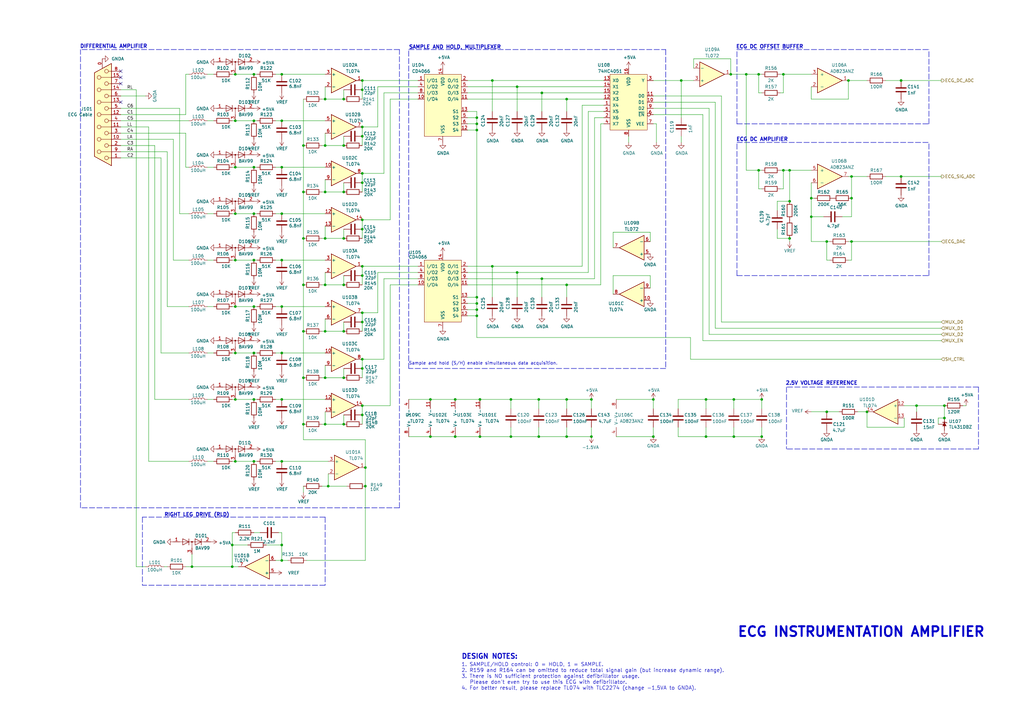
<source format=kicad_sch>
(kicad_sch (version 20211123) (generator eeschema)
  (paper "A3")
  (title_block (title "STM32F401 USB ECG") (date "2021-10-30") (rev "1.0") (company "Universitas Lampung") (comment 1 "Design by: Reyhan Issatyadi Darmawan"))
  (lib_symbols
    (symbol "Amplifier_Operational:TL072" (pin_names (offset 0.127))
      (property "Reference" "U" (at 0 5.08 0))
      (property "Value" "TL072" (at 0 -5.08 0))
      (symbol "TL072_1_1"
        (pin output line (at 7.62 0 180) (length 2.54) (name "~") (number "1"))
        (pin input line (at -7.62 -2.54 0) (length 2.54) (name "-") (number "2"))
        (pin input line (at -7.62 2.54 0) (length 2.54) (name "+") (number "3"))
      )
      (symbol "TL072_2_1"
        (pin input line (at -7.62 2.54 0) (length 2.54) (name "+") (number "5"))
        (pin input line (at -7.62 -2.54 0) (length 2.54) (name "-") (number "6"))
        (pin output line (at 7.62 0 180) (length 2.54) (name "~") (number "7"))
      )
      (symbol "TL072_3_1"
        (pin power_in line (at -2.54 -7.62 90) (length 3.81) (name "V-") (number "4"))
        (pin power_in line (at -2.54 7.62 270) (length 3.81) (name "V+") (number "8"))
      )
    )
    (symbol "Amplifier_Operational:TL074" (pin_names (offset 0.127))
      (property "Reference" "U" (at 0 5.08 0))
      (property "Value" "TL074" (at 0 -5.08 0))
      (symbol "TL074_1_1"
        (pin output line (at 7.62 0 180) (length 2.54) (name "~") (number "1"))
        (pin input line (at -7.62 -2.54 0) (length 2.54) (name "-") (number "2"))
        (pin input line (at -7.62 2.54 0) (length 2.54) (name "+") (number "3"))
      )
      (symbol "TL074_2_1"
        (pin input line (at -7.62 2.54 0) (length 2.54) (name "+") (number "5"))
        (pin input line (at -7.62 -2.54 0) (length 2.54) (name "-") (number "6"))
        (pin output line (at 7.62 0 180) (length 2.54) (name "~") (number "7"))
      )
      (symbol "TL074_3_1"
        (pin input line (at -7.62 2.54 0) (length 2.54) (name "+") (number "10"))
        (pin output line (at 7.62 0 180) (length 2.54) (name "~") (number "8"))
        (pin input line (at -7.62 -2.54 0) (length 2.54) (name "-") (number "9"))
      )
      (symbol "TL074_4_1"
        (pin input line (at -7.62 2.54 0) (length 2.54) (name "+") (number "12"))
        (pin input line (at -7.62 -2.54 0) (length 2.54) (name "-") (number "13"))
        (pin output line (at 7.62 0 180) (length 2.54) (name "~") (number "14"))
      )
      (symbol "TL074_5_1"
        (pin power_in line (at -2.54 -7.62 90) (length 3.81) (name "V-") (number "11"))
        (pin power_in line (at -2.54 7.62 270) (length 3.81) (name "V+") (number "4"))
      )
    )
    (symbol "Connector:DB15_Female_MountingHoles" (pin_names (offset 1.016) hide)
      (property "Reference" "J" (at 0 24.13 0))
      (property "Value" "DB15_Female_MountingHoles" (at 0 22.225 0))
      (symbol "DB15_Female_MountingHoles_1_1"
        (pin passive line (at 0 -22.86 90) (length 3.81) (name "PAD") (number "0"))
        (pin passive line (at -7.62 17.78 0) (length 3.81) (name "1") (number "1"))
        (pin passive line (at -7.62 10.16 0) (length 3.81) (name "P10") (number "10"))
        (pin passive line (at -7.62 5.08 0) (length 3.81) (name "P111") (number "11"))
        (pin passive line (at -7.62 0 0) (length 3.81) (name "P12") (number "12"))
        (pin passive line (at -7.62 -5.08 0) (length 3.81) (name "P13") (number "13"))
        (pin passive line (at -7.62 -10.16 0) (length 3.81) (name "P14") (number "14"))
        (pin passive line (at -7.62 -15.24 0) (length 3.81) (name "P15") (number "15"))
        (pin passive line (at -7.62 12.7 0) (length 3.81) (name "2") (number "2"))
        (pin passive line (at -7.62 7.62 0) (length 3.81) (name "3") (number "3"))
        (pin passive line (at -7.62 2.54 0) (length 3.81) (name "4") (number "4"))
        (pin passive line (at -7.62 -2.54 0) (length 3.81) (name "5") (number "5"))
        (pin passive line (at -7.62 -7.62 0) (length 3.81) (name "6") (number "6"))
        (pin passive line (at -7.62 -12.7 0) (length 3.81) (name "7") (number "7"))
        (pin passive line (at -7.62 -17.78 0) (length 3.81) (name "8") (number "8"))
        (pin passive line (at -7.62 15.24 0) (length 3.81) (name "P9") (number "9"))
      )
    )
    (symbol "Device:C" (pin_numbers hide) (pin_names (offset 0.254))
      (property "Reference" "C" (at 0.635 2.54 0))
      (property "Value" "C" (at 0.635 -2.54 0))
      (symbol "C_1_1"
        (pin passive line (at 0 3.81 270) (length 2.794) (name "~") (number "1"))
        (pin passive line (at 0 -3.81 90) (length 2.794) (name "~") (number "2"))
      )
    )
    (symbol "Device:L" (pin_numbers hide) (pin_names (offset 1.016) hide)
      (property "Reference" "L" (at -1.27 0 90))
      (property "Value" "L" (at 1.905 0 90))
      (symbol "L_1_1"
        (pin passive line (at 0 3.81 270) (length 1.27) (name "1") (number "1"))
        (pin passive line (at 0 -3.81 90) (length 1.27) (name "2") (number "2"))
      )
    )
    (symbol "Device:R" (pin_numbers hide) (pin_names (offset 0))
      (property "Reference" "R" (at 2.032 0 90))
      (property "Value" "R" (at 0 0 90))
      (symbol "R_1_1"
        (pin passive line (at 0 3.81 270) (length 1.27) (name "~") (number "1"))
        (pin passive line (at 0 -3.81 90) (length 1.27) (name "~") (number "2"))
      )
    )
    (symbol "Diode:BAV99" (pin_names hide)
      (property "Reference" "D" (at 0 5.08 0))
      (property "Value" "BAV99" (at 0 2.54 0))
      (symbol "BAV99_1_1"
        (pin passive line (at -7.62 0 0) (length 2.54) (name "K") (number "1"))
        (pin passive line (at 7.62 0 180) (length 2.54) (name "A") (number "2"))
        (pin passive line (at 0 -5.08 90) (length 2.54) (name "K") (number "3"))
      )
    )
    (symbol "Reference_Voltage:TL431DBZ" (pin_numbers hide) (pin_names hide)
      (property "Reference" "U" (at -2.54 2.54 0))
      (property "Value" "TL431DBZ" (at 0 -2.54 0))
      (symbol "TL431DBZ_1_1"
        (pin passive line (at 2.54 0 180) (length 2.54) (name "K") (number "1"))
        (pin passive line (at 0 2.54 270) (length 2.54) (name "REF") (number "2"))
        (pin passive line (at -2.54 0 0) (length 2.54) (name "A") (number "3"))
      )
    )
    (symbol "my-kicad-lib:AD823" (pin_names (offset 1.016))
      (property "Reference" "U" (at 2.54 5.08 0))
      (property "Value" "my-kicad-lib_AD823" (at 4.9276 3.3528 0))
      (symbol "AD823_1_1"
        (pin output line (at 8.89 0 180) (length 2.54) (name "~") (number "1"))
        (pin input line (at -6.35 -2.54 0) (length 2.54) (name "-") (number "2"))
        (pin input line (at -6.35 2.54 0) (length 2.54) (name "+") (number "3"))
      )
      (symbol "AD823_2_1"
        (pin input line (at -6.35 2.54 0) (length 2.54) (name "+") (number "5"))
        (pin input line (at -6.35 -2.54 0) (length 2.54) (name "-") (number "6"))
        (pin output line (at 8.89 0 180) (length 2.54) (name "~") (number "7"))
      )
      (symbol "AD823_3_1"
        (pin power_in line (at 0 -7.62 90) (length 3.81) (name "V-") (number "4"))
        (pin power_in line (at 0 7.62 270) (length 3.81) (name "V+") (number "8"))
      )
    )
    (symbol "my-kicad-lib:CD4051" (pin_names (offset 1.016))
      (property "Reference" "U" (at -9.398 14.9352 0))
      (property "Value" "my-kicad-lib_CD4051" (at -6.35 12.7 0))
      (symbol "CD4051_1_1"
        (pin passive line (at -10.16 -1.27 0) (length 2.54) (name "X4") (number "1"))
        (pin input line (at 10.16 0 180) (length 2.54) (name "D1") (number "10"))
        (pin input line (at 10.16 2.54 180) (length 2.54) (name "D0") (number "11"))
        (pin passive line (at -10.16 1.27 0) (length 2.54) (name "X3") (number "12"))
        (pin passive line (at -10.16 8.89 0) (length 2.54) (name "X0") (number "13"))
        (pin passive line (at -10.16 6.35 0) (length 2.54) (name "X1") (number "14"))
        (pin passive line (at -10.16 3.81 0) (length 2.54) (name "X2") (number "15"))
        (pin power_in line (at 0 13.97 270) (length 2.54) (name "VDD") (number "16"))
        (pin passive line (at -10.16 -6.35 0) (length 2.54) (name "X6") (number "2"))
        (pin passive line (at 10.16 8.89 180) (length 2.54) (name "Y") (number "3"))
        (pin passive line (at -10.16 -8.89 0) (length 2.54) (name "X7") (number "4"))
        (pin passive line (at -10.16 -3.81 0) (length 2.54) (name "X5") (number "5"))
        (pin input inverted (at 10.16 -5.08 180) (length 2.54) (name "~{EN}") (number "6"))
        (pin power_in line (at 10.16 -8.89 180) (length 2.54) (name "VEE") (number "7"))
        (pin power_in line (at 0 -13.97 90) (length 2.54) (name "VSS") (number "8"))
        (pin input line (at 10.16 -2.54 180) (length 2.54) (name "D2") (number "9"))
      )
    )
    (symbol "my-kicad-lib:CD4066" (pin_names (offset 1.016))
      (property "Reference" "U" (at -9.398 15.9512 0))
      (property "Value" "my-kicad-lib_CD4066" (at -6.35 13.97 0))
      (symbol "CD4066_1_1"
        (pin passive line (at -10.16 10.16 0) (length 2.54) (name "I/O1") (number "1"))
        (pin passive line (at -10.16 2.54 0) (length 2.54) (name "I/O4") (number "10"))
        (pin passive line (at 10.16 2.54 180) (length 2.54) (name "O/I4") (number "11"))
        (pin input line (at 10.16 -10.16 180) (length 2.54) (name "S4") (number "12"))
        (pin input line (at 10.16 -2.54 180) (length 2.54) (name "S1") (number "13"))
        (pin power_in line (at 0 15.24 270) (length 2.54) (name "VDD") (number "14"))
        (pin passive line (at 10.16 10.16 180) (length 2.54) (name "O/I1") (number "2"))
        (pin passive line (at -10.16 7.62 0) (length 2.54) (name "I/O2") (number "4"))
        (pin passive line (at 10.16 7.62 180) (length 2.54) (name "O/I2") (number "5"))
        (pin input line (at 10.16 -5.08 180) (length 2.54) (name "S2") (number "5"))
        (pin input line (at 10.16 -7.62 180) (length 2.54) (name "S3") (number "6"))
        (pin power_in line (at 0 -15.24 90) (length 2.54) (name "VSS") (number "7"))
        (pin passive line (at -10.16 5.08 0) (length 2.54) (name "I/O3") (number "8"))
        (pin passive line (at 10.16 5.08 180) (length 2.54) (name "O/I3") (number "9"))
      )
    )
    (symbol "power:+5VA" (power) (pin_names (offset 0))
      (property "Value" "+5VA" (at 0 3.556 0))
      (symbol "+5VA_1_1"
        (pin power_in line (at 0 0 90) (length 0) hide (name "+5VA") (number "1"))
      )
    )
    (symbol "power:-1.5VA" (power) (pin_names (offset 0))
      (property "Value" "power_-1.5VA" (at 0 3.556 0))
      (symbol "-1.5VA_1_1"
        (pin power_in line (at 0 0 90) (length 0) hide (name "-1.5VA") (number "1"))
      )
    )
    (symbol "power:GNDA" (power) (pin_names (offset 0))
      (property "Value" "GNDA" (at 0 -3.81 0))
      (symbol "GNDA_1_1"
        (pin power_in line (at 0 0 270) (length 0) hide (name "GNDA") (number "1"))
      )
    )
    (symbol "power:VREF" (power) (pin_names (offset 0))
      (property "Value" "power_VREF" (at 0 3.556 0))
      (symbol "VREF_1_1"
        (pin power_in line (at 0 0 90) (length 0) hide (name "VREF") (number "1"))
      )
    )
  )
  (junction (at 148.59 74.93))
  (junction (at 289.56 179.07))
  (junction (at 133.35 154.94))
  (junction (at 148.59 147.32))
  (junction (at 355.6 168.91))
  (junction (at 312.42 179.07))
  (junction (at 300.99 179.07))
  (junction (at 140.97 173.99))
  (junction (at 222.25 38.1))
  (junction (at 209.55 163.83))
  (junction (at 133.35 97.79))
  (junction (at 196.85 179.07))
  (junction (at 349.25 81.28))
  (junction (at 279.4 33.02))
  (junction (at 195.58 48.26))
  (junction (at 321.31 69.85))
  (junction (at 212.09 35.56))
  (junction (at 149.86 199.39))
  (junction (at 148.59 170.18))
  (junction (at 195.58 127))
  (junction (at 96.52 87.63))
  (junction (at 148.59 151.13))
  (junction (at 96.52 189.23))
  (junction (at 321.31 30.48))
  (junction (at 78.74 232.41))
  (junction (at 220.98 163.83))
  (junction (at 104.14 125.73))
  (junction (at 195.58 50.8))
  (junction (at 300.99 163.83))
  (junction (at 140.97 97.79))
  (junction (at 323.85 69.85))
  (junction (at 104.14 163.83))
  (junction (at 104.14 106.68))
  (junction (at 267.97 163.83))
  (junction (at 124.46 116.84))
  (junction (at 96.52 30.48))
  (junction (at 148.59 132.08))
  (junction (at 140.97 135.89))
  (junction (at 124.46 97.79))
  (junction (at 95.25 232.41))
  (junction (at 104.14 30.48))
  (junction (at 195.58 121.92))
  (junction (at 332.74 81.28))
  (junction (at 124.46 135.89))
  (junction (at 186.69 179.07))
  (junction (at 339.09 168.91))
  (junction (at 104.14 49.53))
  (junction (at 115.57 189.23))
  (junction (at 176.53 179.07))
  (junction (at 124.46 154.94))
  (junction (at 201.93 109.22))
  (junction (at 148.59 55.88))
  (junction (at 220.98 179.07))
  (junction (at 124.46 173.99))
  (junction (at 339.09 99.06))
  (junction (at 133.35 135.89))
  (junction (at 347.98 33.02))
  (junction (at 133.35 59.69))
  (junction (at 115.57 68.58))
  (junction (at 148.59 166.37))
  (junction (at 124.46 59.69))
  (junction (at 96.52 163.83))
  (junction (at 186.69 163.83))
  (junction (at 148.59 36.83))
  (junction (at 312.42 163.83))
  (junction (at 96.52 144.78))
  (junction (at 96.52 106.68))
  (junction (at 140.97 59.69))
  (junction (at 133.35 173.99))
  (junction (at 124.46 78.74))
  (junction (at 369.57 72.39))
  (junction (at 96.52 68.58))
  (junction (at 115.57 49.53))
  (junction (at 148.59 33.02))
  (junction (at 115.57 163.83))
  (junction (at 387.35 166.37))
  (junction (at 149.86 191.77))
  (junction (at 96.52 49.53))
  (junction (at 95.25 223.52))
  (junction (at 242.57 163.83))
  (junction (at 133.35 40.64))
  (junction (at 104.14 68.58))
  (junction (at 369.57 33.02))
  (junction (at 115.57 106.68))
  (junction (at 140.97 116.84))
  (junction (at 232.41 179.07))
  (junction (at 115.57 30.48))
  (junction (at 148.59 90.17))
  (junction (at 115.57 125.73))
  (junction (at 232.41 116.84))
  (junction (at 196.85 163.83))
  (junction (at 311.15 30.48))
  (junction (at 289.56 163.83))
  (junction (at 176.53 163.83))
  (junction (at 201.93 33.02))
  (junction (at 133.35 78.74))
  (junction (at 375.92 166.37))
  (junction (at 323.85 97.79))
  (junction (at 299.72 30.48))
  (junction (at 349.25 99.06))
  (junction (at 148.59 93.98))
  (junction (at 115.57 144.78))
  (junction (at 323.85 82.55))
  (junction (at 232.41 163.83))
  (junction (at 104.14 144.78))
  (junction (at 140.97 40.64))
  (junction (at 212.09 111.76))
  (junction (at 96.52 125.73))
  (junction (at 115.57 223.52))
  (junction (at 140.97 78.74))
  (junction (at 242.57 179.07))
  (junction (at 148.59 128.27))
  (junction (at 115.57 229.87))
  (junction (at 267.97 179.07))
  (junction (at 134.62 199.39))
  (junction (at 387.35 171.45))
  (junction (at 349.25 72.39))
  (junction (at 104.14 87.63))
  (junction (at 115.57 87.63))
  (junction (at 148.59 109.22))
  (junction (at 222.25 114.3))
  (junction (at 232.41 40.64))
  (junction (at 306.07 30.48))
  (junction (at 133.35 116.84))
  (junction (at 148.59 113.03))
  (junction (at 195.58 53.34))
  (junction (at 195.58 129.54))
  (junction (at 148.59 71.12))
  (junction (at 140.97 154.94))
  (junction (at 195.58 124.46))
  (junction (at 311.15 69.85))
  (junction (at 104.14 189.23))
  (junction (at 148.59 52.07))
  (junction (at 332.74 88.9))
  (junction (at 209.55 179.07))
  (no_connect (at 49.53 29.21))
  (no_connect (at 49.53 41.91))
  (no_connect (at 49.53 31.75))
  (no_connect (at 49.53 34.29))
  (wire (pts (xy 124.46 173.99) (xy 124.46 180.34)))
  (wire (pts (xy 222.25 45.72) (xy 222.25 38.1)))
  (wire (pts (xy 96.52 144.78) (xy 104.14 144.78)))
  (polyline (pts (xy 302.26 58.42) (xy 381 58.42)) (stroke (width 0.2032)))
  (wire (pts (xy 104.14 189.23) (xy 105.41 189.23)))
  (wire (pts (xy 337.82 88.9) (xy 332.74 88.9)))
  (wire (pts (xy 49.53 39.37) (xy 59.69 39.37)))
  (wire (pts (xy 133.35 92.71) (xy 133.35 97.79)))
  (wire (pts (xy 220.98 175.26) (xy 220.98 179.07)))
  (wire (pts (xy 384.81 173.99) (xy 384.81 171.45)))
  (wire (pts (xy 332.74 40.64) (xy 347.98 40.64)))
  (wire (pts (xy 191.77 116.84) (xy 232.41 116.84)))
  (wire (pts (xy 278.13 175.26) (xy 278.13 179.07)))
  (wire (pts (xy 252.73 163.83) (xy 267.97 163.83)))
  (wire (pts (xy 241.3 45.72) (xy 247.65 45.72)))
  (wire (pts (xy 95.25 232.41) (xy 97.79 232.41)))
  (polyline (pts (xy 33.02 208.28) (xy 33.02 20.32)) (stroke (width 0.2032)))
  (wire (pts (xy 195.58 48.26) (xy 195.58 50.8)))
  (wire (pts (xy 133.35 168.91) (xy 133.35 173.99)))
  (wire (pts (xy 154.94 35.56) (xy 171.45 35.56)))
  (wire (pts (xy 132.08 154.94) (xy 133.35 154.94)))
  (wire (pts (xy 95.25 68.58) (xy 96.52 68.58)))
  (wire (pts (xy 124.46 78.74) (xy 124.46 97.79)))
  (wire (pts (xy 269.24 50.8) (xy 269.24 58.42)))
  (wire (pts (xy 349.25 99.06) (xy 349.25 106.68)))
  (wire (pts (xy 387.35 166.37) (xy 375.92 166.37)))
  (wire (pts (xy 306.07 30.48) (xy 311.15 30.48)))
  (wire (pts (xy 132.08 135.89) (xy 133.35 135.89)))
  (wire (pts (xy 140.97 74.93) (xy 140.97 78.74)))
  (wire (pts (xy 96.52 125.73) (xy 104.14 125.73)))
  (wire (pts (xy 104.14 106.68) (xy 105.41 106.68)))
  (wire (pts (xy 124.46 199.39) (xy 124.46 201.93)))
  (wire (pts (xy 283.21 138.43) (xy 195.58 138.43)))
  (wire (pts (xy 133.35 40.64) (xy 140.97 40.64)))
  (wire (pts (xy 320.04 38.1) (xy 321.31 38.1)))
  (wire (pts (xy 384.81 171.45) (xy 387.35 171.45)))
  (polyline (pts (xy 401.32 158.75) (xy 401.32 184.15)) (stroke (width 0.2032)))
  (wire (pts (xy 95.25 30.48) (xy 96.52 30.48)))
  (wire (pts (xy 104.14 125.73) (xy 105.41 125.73)))
  (wire (pts (xy 124.46 180.34) (xy 149.86 180.34)))
  (wire (pts (xy 351.79 168.91) (xy 355.6 168.91)))
  (polyline (pts (xy 302.26 50.8) (xy 302.26 20.32)) (stroke (width 0.2032)))
  (wire (pts (xy 232.41 40.64) (xy 247.65 40.64)))
  (wire (pts (xy 85.09 87.63) (xy 87.63 87.63)))
  (wire (pts (xy 149.86 191.77) (xy 149.86 199.39)))
  (polyline (pts (xy 133.35 240.03) (xy 58.42 240.03)) (stroke (width 0.2032)))
  (wire (pts (xy 160.02 40.64) (xy 171.45 40.64)))
  (wire (pts (xy 148.59 33.02) (xy 148.59 36.83)))
  (wire (pts (xy 339.09 106.68) (xy 339.09 99.06)))
  (wire (pts (xy 49.53 59.69) (xy 63.5 59.69)))
  (wire (pts (xy 132.08 59.69) (xy 133.35 59.69)))
  (wire (pts (xy 242.57 179.07) (xy 242.57 175.26)))
  (wire (pts (xy 355.6 72.39) (xy 349.25 72.39)))
  (wire (pts (xy 133.35 35.56) (xy 133.35 40.64)))
  (wire (pts (xy 115.57 30.48) (xy 133.35 30.48)))
  (wire (pts (xy 321.31 30.48) (xy 332.74 30.48)))
  (polyline (pts (xy 163.83 208.28) (xy 33.02 208.28)) (stroke (width 0.2032)))
  (wire (pts (xy 289.56 163.83) (xy 300.99 163.83)))
  (polyline (pts (xy 322.58 158.75) (xy 322.58 184.15)) (stroke (width 0.2032)))
  (wire (pts (xy 154.94 111.76) (xy 171.45 111.76)))
  (wire (pts (xy 113.03 163.83) (xy 115.57 163.83)))
  (wire (pts (xy 347.98 40.64) (xy 347.98 33.02)))
  (polyline (pts (xy 167.64 151.13) (xy 167.64 20.32)) (stroke (width 0.2032)))
  (wire (pts (xy 209.55 167.64) (xy 209.55 163.83)))
  (wire (pts (xy 96.52 68.58) (xy 104.14 68.58)))
  (wire (pts (xy 323.85 82.55) (xy 323.85 69.85)))
  (wire (pts (xy 241.3 111.76) (xy 241.3 45.72)))
  (wire (pts (xy 78.74 232.41) (xy 95.25 232.41)))
  (wire (pts (xy 251.46 95.25) (xy 251.46 101.6)))
  (wire (pts (xy 133.35 135.89) (xy 140.97 135.89)))
  (polyline (pts (xy 381 113.03) (xy 381 58.42)) (stroke (width 0.2032)))
  (wire (pts (xy 124.46 135.89) (xy 124.46 154.94)))
  (wire (pts (xy 267.97 33.02) (xy 279.4 33.02)))
  (wire (pts (xy 300.99 179.07) (xy 312.42 179.07)))
  (wire (pts (xy 242.57 163.83) (xy 242.57 167.64)))
  (wire (pts (xy 133.35 87.63) (xy 115.57 87.63)))
  (wire (pts (xy 148.59 132.08) (xy 148.59 135.89)))
  (wire (pts (xy 49.53 57.15) (xy 71.12 57.15)))
  (polyline (pts (xy 401.32 184.15) (xy 322.58 184.15)) (stroke (width 0.2032)))
  (wire (pts (xy 133.35 73.66) (xy 133.35 78.74)))
  (wire (pts (xy 85.09 144.78) (xy 87.63 144.78)))
  (wire (pts (xy 49.53 54.61) (xy 76.2 54.61)))
  (wire (pts (xy 85.09 68.58) (xy 87.63 68.58)))
  (wire (pts (xy 133.35 59.69) (xy 140.97 59.69)))
  (wire (pts (xy 232.41 121.92) (xy 232.41 116.84)))
  (wire (pts (xy 85.09 189.23) (xy 87.63 189.23)))
  (wire (pts (xy 191.77 127) (xy 195.58 127)))
  (wire (pts (xy 85.09 163.83) (xy 87.63 163.83)))
  (wire (pts (xy 125.73 229.87) (xy 149.86 229.87)))
  (wire (pts (xy 124.46 59.69) (xy 124.46 78.74)))
  (wire (pts (xy 191.77 114.3) (xy 222.25 114.3)))
  (wire (pts (xy 201.93 109.22) (xy 238.76 109.22)))
  (wire (pts (xy 321.31 69.85) (xy 323.85 69.85)))
  (wire (pts (xy 76.2 68.58) (xy 77.47 68.58)))
  (wire (pts (xy 289.56 179.07) (xy 300.99 179.07)))
  (wire (pts (xy 232.41 167.64) (xy 232.41 163.83)))
  (wire (pts (xy 95.25 87.63) (xy 96.52 87.63)))
  (wire (pts (xy 196.85 163.83) (xy 209.55 163.83)))
  (wire (pts (xy 115.57 229.87) (xy 118.11 229.87)))
  (wire (pts (xy 113.03 68.58) (xy 115.57 68.58)))
  (wire (pts (xy 332.74 81.28) (xy 332.74 74.93)))
  (wire (pts (xy 133.35 149.86) (xy 133.35 154.94)))
  (wire (pts (xy 133.35 78.74) (xy 140.97 78.74)))
  (wire (pts (xy 76.2 232.41) (xy 78.74 232.41)))
  (wire (pts (xy 101.6 223.52) (xy 95.25 223.52)))
  (wire (pts (xy 279.4 33.02) (xy 279.4 48.26)))
  (polyline (pts (xy 381 50.8) (xy 381 20.32)) (stroke (width 0.2032)))
  (wire (pts (xy 300.99 163.83) (xy 312.42 163.83)))
  (wire (pts (xy 191.77 109.22) (xy 201.93 109.22)))
  (wire (pts (xy 312.42 69.85) (xy 311.15 69.85)))
  (wire (pts (xy 96.52 189.23) (xy 104.14 189.23)))
  (wire (pts (xy 332.74 99.06) (xy 339.09 99.06)))
  (wire (pts (xy 96.52 218.44) (xy 95.25 218.44)))
  (wire (pts (xy 386.08 147.32) (xy 283.21 147.32)))
  (wire (pts (xy 96.52 30.48) (xy 104.14 30.48)))
  (wire (pts (xy 320.04 69.85) (xy 321.31 69.85)))
  (wire (pts (xy 288.29 139.7) (xy 386.08 139.7)))
  (wire (pts (xy 300.99 179.07) (xy 300.99 175.26)))
  (wire (pts (xy 266.7 95.25) (xy 251.46 95.25)))
  (wire (pts (xy 60.96 52.07) (xy 49.53 52.07)))
  (wire (pts (xy 148.59 109.22) (xy 171.45 109.22)))
  (wire (pts (xy 113.03 125.73) (xy 115.57 125.73)))
  (wire (pts (xy 267.97 50.8) (xy 269.24 50.8)))
  (wire (pts (xy 195.58 129.54) (xy 195.58 138.43)))
  (wire (pts (xy 387.35 171.45) (xy 387.35 166.37)))
  (wire (pts (xy 133.35 68.58) (xy 115.57 68.58)))
  (wire (pts (xy 95.25 49.53) (xy 96.52 49.53)))
  (wire (pts (xy 191.77 50.8) (xy 195.58 50.8)))
  (wire (pts (xy 290.83 44.45) (xy 290.83 137.16)))
  (wire (pts (xy 148.59 113.03) (xy 148.59 116.84)))
  (wire (pts (xy 66.04 144.78) (xy 77.47 144.78)))
  (wire (pts (xy 154.94 52.07) (xy 154.94 35.56)))
  (wire (pts (xy 232.41 45.72) (xy 232.41 40.64)))
  (wire (pts (xy 49.53 64.77) (xy 66.04 64.77)))
  (wire (pts (xy 191.77 40.64) (xy 232.41 40.64)))
  (wire (pts (xy 85.09 30.48) (xy 87.63 30.48)))
  (wire (pts (xy 149.86 229.87) (xy 149.86 199.39)))
  (wire (pts (xy 148.59 52.07) (xy 154.94 52.07)))
  (wire (pts (xy 332.74 35.56) (xy 332.74 40.64)))
  (wire (pts (xy 288.29 46.99) (xy 288.29 139.7)))
  (wire (pts (xy 63.5 163.83) (xy 77.47 163.83)))
  (wire (pts (xy 85.09 106.68) (xy 87.63 106.68)))
  (wire (pts (xy 133.35 173.99) (xy 140.97 173.99)))
  (wire (pts (xy 232.41 163.83) (xy 242.57 163.83)))
  (wire (pts (xy 148.59 55.88) (xy 148.59 59.69)))
  (wire (pts (xy 59.69 232.41) (xy 55.88 232.41)))
  (wire (pts (xy 201.93 45.72) (xy 201.93 33.02)))
  (wire (pts (xy 332.74 168.91) (xy 339.09 168.91)))
  (wire (pts (xy 55.88 36.83) (xy 55.88 232.41)))
  (wire (pts (xy 132.08 78.74) (xy 133.35 78.74)))
  (wire (pts (xy 148.59 36.83) (xy 148.59 40.64)))
  (wire (pts (xy 115.57 218.44) (xy 115.57 223.52)))
  (wire (pts (xy 232.41 175.26) (xy 232.41 179.07)))
  (wire (pts (xy 320.04 77.47) (xy 321.31 77.47)))
  (wire (pts (xy 299.72 30.48) (xy 306.07 30.48)))
  (wire (pts (xy 133.35 49.53) (xy 115.57 49.53)))
  (wire (pts (xy 95.25 125.73) (xy 96.52 125.73)))
  (wire (pts (xy 148.59 93.98) (xy 148.59 97.79)))
  (wire (pts (xy 176.53 163.83) (xy 186.69 163.83)))
  (wire (pts (xy 238.76 109.22) (xy 238.76 43.18)))
  (wire (pts (xy 160.02 166.37) (xy 160.02 116.84)))
  (wire (pts (xy 355.6 33.02) (xy 347.98 33.02)))
  (wire (pts (xy 96.52 49.53) (xy 104.14 49.53)))
  (wire (pts (xy 73.66 44.45) (xy 49.53 44.45)))
  (wire (pts (xy 133.35 116.84) (xy 140.97 116.84)))
  (wire (pts (xy 232.41 116.84) (xy 246.38 116.84)))
  (wire (pts (xy 312.42 38.1) (xy 311.15 38.1)))
  (wire (pts (xy 191.77 35.56) (xy 212.09 35.56)))
  (wire (pts (xy 191.77 53.34) (xy 195.58 53.34)))
  (wire (pts (xy 243.84 48.26) (xy 247.65 48.26)))
  (wire (pts (xy 266.7 99.06) (xy 266.7 95.25)))
  (wire (pts (xy 363.22 72.39) (xy 369.57 72.39)))
  (wire (pts (xy 148.59 147.32) (xy 157.48 147.32)))
  (wire (pts (xy 113.03 144.78) (xy 115.57 144.78)))
  (wire (pts (xy 85.09 49.53) (xy 87.63 49.53)))
  (wire (pts (xy 311.15 69.85) (xy 306.07 69.85)))
  (wire (pts (xy 349.25 106.68) (xy 347.98 106.68)))
  (wire (pts (xy 323.85 69.85) (xy 332.74 69.85)))
  (wire (pts (xy 60.96 189.23) (xy 77.47 189.23)))
  (wire (pts (xy 191.77 129.54) (xy 195.58 129.54)))
  (wire (pts (xy 246.38 50.8) (xy 247.65 50.8)))
  (wire (pts (xy 115.57 106.68) (xy 133.35 106.68)))
  (wire (pts (xy 124.46 97.79) (xy 124.46 116.84)))
  (wire (pts (xy 311.15 77.47) (xy 311.15 69.85)))
  (wire (pts (xy 191.77 48.26) (xy 195.58 48.26)))
  (wire (pts (xy 148.59 128.27) (xy 148.59 132.08)))
  (wire (pts (xy 76.2 30.48) (xy 76.2 46.99)))
  (wire (pts (xy 293.37 41.91) (xy 267.97 41.91)))
  (wire (pts (xy 349.25 99.06) (xy 386.08 99.06)))
  (wire (pts (xy 267.97 179.07) (xy 267.97 175.26)))
  (wire (pts (xy 113.03 189.23) (xy 115.57 189.23)))
  (wire (pts (xy 311.15 30.48) (xy 312.42 30.48)))
  (wire (pts (xy 290.83 137.16) (xy 386.08 137.16)))
  (polyline (pts (xy 273.05 151.13) (xy 167.64 151.13)) (stroke (width 0.2032)))
  (wire (pts (xy 340.36 106.68) (xy 339.09 106.68)))
  (polyline (pts (xy 302.26 50.8) (xy 381 50.8)) (stroke (width 0.2032)))
  (wire (pts (xy 157.48 147.32) (xy 157.48 114.3)))
  (wire (pts (xy 386.08 132.08) (xy 295.91 132.08)))
  (wire (pts (xy 289.56 175.26) (xy 289.56 179.07)))
  (wire (pts (xy 104.14 68.58) (xy 105.41 68.58)))
  (wire (pts (xy 284.48 27.94) (xy 284.48 24.13)))
  (wire (pts (xy 323.85 99.06) (xy 323.85 97.79)))
  (wire (pts (xy 191.77 111.76) (xy 212.09 111.76)))
  (wire (pts (xy 191.77 38.1) (xy 222.25 38.1)))
  (wire (pts (xy 278.13 167.64) (xy 278.13 163.83)))
  (wire (pts (xy 195.58 121.92) (xy 195.58 124.46)))
  (wire (pts (xy 299.72 24.13) (xy 299.72 30.48)))
  (wire (pts (xy 201.93 121.92) (xy 201.93 109.22)))
  (wire (pts (xy 312.42 167.64) (xy 312.42 163.83)))
  (wire (pts (xy 148.59 90.17) (xy 160.02 90.17)))
  (wire (pts (xy 191.77 121.92) (xy 195.58 121.92)))
  (wire (pts (xy 133.35 111.76) (xy 133.35 116.84)))
  (wire (pts (xy 76.2 54.61) (xy 76.2 68.58)))
  (wire (pts (xy 115.57 144.78) (xy 133.35 144.78)))
  (polyline (pts (xy 58.42 212.09) (xy 58.42 240.03)) (stroke (width 0.2032)))
  (wire (pts (xy 332.74 88.9) (xy 332.74 99.06)))
  (wire (pts (xy 78.74 227.33) (xy 78.74 232.41)))
  (wire (pts (xy 104.14 144.78) (xy 105.41 144.78)))
  (wire (pts (xy 66.04 64.77) (xy 66.04 144.78)))
  (wire (pts (xy 375.92 168.91) (xy 375.92 166.37)))
  (wire (pts (xy 267.97 39.37) (xy 295.91 39.37)))
  (wire (pts (xy 220.98 179.07) (xy 232.41 179.07)))
  (wire (pts (xy 266.7 113.03) (xy 266.7 118.11)))
  (wire (pts (xy 157.48 38.1) (xy 171.45 38.1)))
  (wire (pts (xy 191.77 124.46) (xy 195.58 124.46)))
  (wire (pts (xy 132.08 40.64) (xy 133.35 40.64)))
  (wire (pts (xy 149.86 180.34) (xy 149.86 191.77)))
  (wire (pts (xy 140.97 36.83) (xy 140.97 40.64)))
  (wire (pts (xy 257.81 55.88) (xy 257.81 58.42)))
  (wire (pts (xy 191.77 33.02) (xy 201.93 33.02)))
  (wire (pts (xy 195.58 45.72) (xy 195.58 48.26)))
  (wire (pts (xy 71.12 57.15) (xy 71.12 106.68)))
  (wire (pts (xy 347.98 99.06) (xy 349.25 99.06)))
  (wire (pts (xy 134.62 194.31) (xy 134.62 199.39)))
  (wire (pts (xy 157.48 71.12) (xy 157.48 38.1)))
  (wire (pts (xy 284.48 24.13) (xy 299.72 24.13)))
  (wire (pts (xy 283.21 147.32) (xy 283.21 138.43)))
  (polyline (pts (xy 167.64 20.32) (xy 273.05 20.32)) (stroke (width 0.2032)))
  (wire (pts (xy 140.97 55.88) (xy 140.97 59.69)))
  (wire (pts (xy 167.64 179.07) (xy 176.53 179.07)))
  (wire (pts (xy 140.97 113.03) (xy 140.97 116.84)))
  (wire (pts (xy 140.97 151.13) (xy 140.97 154.94)))
  (wire (pts (xy 267.97 163.83) (xy 267.97 167.64)))
  (wire (pts (xy 133.35 54.61) (xy 133.35 59.69)))
  (wire (pts (xy 232.41 179.07) (xy 242.57 179.07)))
  (wire (pts (xy 148.59 170.18) (xy 148.59 173.99)))
  (wire (pts (xy 311.15 38.1) (xy 311.15 30.48)))
  (wire (pts (xy 148.59 90.17) (xy 148.59 93.98)))
  (wire (pts (xy 196.85 179.07) (xy 209.55 179.07)))
  (wire (pts (xy 212.09 121.92) (xy 212.09 111.76)))
  (wire (pts (xy 209.55 163.83) (xy 220.98 163.83)))
  (wire (pts (xy 209.55 175.26) (xy 209.55 179.07)))
  (wire (pts (xy 148.59 151.13) (xy 148.59 154.94)))
  (wire (pts (xy 113.03 49.53) (xy 115.57 49.53)))
  (wire (pts (xy 95.25 144.78) (xy 96.52 144.78)))
  (wire (pts (xy 104.14 218.44) (xy 106.68 218.44)))
  (wire (pts (xy 222.25 121.92) (xy 222.25 114.3)))
  (wire (pts (xy 132.08 97.79) (xy 133.35 97.79)))
  (polyline (pts (xy 163.83 20.32) (xy 33.02 20.32)) (stroke (width 0.2032)))
  (wire (pts (xy 252.73 179.07) (xy 267.97 179.07)))
  (wire (pts (xy 355.6 168.91) (xy 355.6 175.26)))
  (wire (pts (xy 370.84 175.26) (xy 370.84 171.45)))
  (wire (pts (xy 49.53 49.53) (xy 77.47 49.53)))
  (wire (pts (xy 339.09 99.06) (xy 340.36 99.06)))
  (wire (pts (xy 76.2 46.99) (xy 49.53 46.99)))
  (wire (pts (xy 73.66 87.63) (xy 73.66 44.45)))
  (wire (pts (xy 279.4 55.88) (xy 279.4 58.42)))
  (wire (pts (xy 115.57 223.52) (xy 115.57 229.87)))
  (wire (pts (xy 148.59 166.37) (xy 148.59 170.18)))
  (wire (pts (xy 160.02 116.84) (xy 171.45 116.84)))
  (wire (pts (xy 278.13 179.07) (xy 289.56 179.07)))
  (wire (pts (xy 321.31 38.1) (xy 321.31 30.48)))
  (wire (pts (xy 95.25 189.23) (xy 96.52 189.23)))
  (wire (pts (xy 115.57 189.23) (xy 134.62 189.23)))
  (wire (pts (xy 243.84 114.3) (xy 243.84 48.26)))
  (wire (pts (xy 113.03 87.63) (xy 115.57 87.63)))
  (wire (pts (xy 293.37 41.91) (xy 293.37 134.62)))
  (wire (pts (xy 160.02 90.17) (xy 160.02 40.64)))
  (wire (pts (xy 209.55 179.07) (xy 220.98 179.07)))
  (wire (pts (xy 104.14 30.48) (xy 105.41 30.48)))
  (wire (pts (xy 195.58 127) (xy 195.58 129.54)))
  (polyline (pts (xy 273.05 20.32) (xy 273.05 151.13)) (stroke (width 0.2032)))
  (wire (pts (xy 369.57 33.02) (xy 386.08 33.02)))
  (wire (pts (xy 63.5 59.69) (xy 63.5 163.83)))
  (wire (pts (xy 212.09 35.56) (xy 247.65 35.56)))
  (wire (pts (xy 73.66 87.63) (xy 77.47 87.63)))
  (wire (pts (xy 320.04 30.48) (xy 321.31 30.48)))
  (wire (pts (xy 114.3 218.44) (xy 115.57 218.44)))
  (wire (pts (xy 133.35 130.81) (xy 133.35 135.89)))
  (wire (pts (xy 68.58 62.23) (xy 68.58 125.73)))
  (wire (pts (xy 363.22 33.02) (xy 369.57 33.02)))
  (wire (pts (xy 71.12 106.68) (xy 77.47 106.68)))
  (wire (pts (xy 212.09 111.76) (xy 241.3 111.76)))
  (polyline (pts (xy 302.26 113.03) (xy 302.26 58.42)) (stroke (width 0.2032)))
  (wire (pts (xy 347.98 72.39) (xy 349.25 72.39)))
  (wire (pts (xy 148.59 33.02) (xy 171.45 33.02)))
  (wire (pts (xy 251.46 113.03) (xy 266.7 113.03)))
  (wire (pts (xy 133.35 154.94) (xy 140.97 154.94)))
  (wire (pts (xy 186.69 179.07) (xy 196.85 179.07)))
  (wire (pts (xy 148.59 71.12) (xy 157.48 71.12)))
  (wire (pts (xy 349.25 88.9) (xy 349.25 81.28)))
  (wire (pts (xy 148.59 128.27) (xy 154.94 128.27)))
  (wire (pts (xy 113.03 30.48) (xy 115.57 30.48)))
  (polyline (pts (xy 163.83 208.28) (xy 163.83 20.32)) (stroke (width 0.2032)))
  (wire (pts (xy 115.57 163.83) (xy 133.35 163.83)))
  (wire (pts (xy 148.59 52.07) (xy 148.59 55.88)))
  (wire (pts (xy 293.37 134.62) (xy 386.08 134.62)))
  (wire (pts (xy 67.31 232.41) (xy 68.58 232.41)))
  (wire (pts (xy 318.77 86.36) (xy 318.77 82.55)))
  (wire (pts (xy 306.07 69.85) (xy 306.07 30.48)))
  (wire (pts (xy 95.25 163.83) (xy 96.52 163.83)))
  (wire (pts (xy 148.59 74.93) (xy 148.59 78.74)))
  (wire (pts (xy 289.56 167.64) (xy 289.56 163.83)))
  (polyline (pts (xy 302.26 113.03) (xy 381 113.03)) (stroke (width 0.2032)))
  (wire (pts (xy 251.46 120.65) (xy 251.46 113.03)))
  (wire (pts (xy 186.69 163.83) (xy 196.85 163.83)))
  (wire (pts (xy 220.98 163.83) (xy 232.41 163.83)))
  (wire (pts (xy 318.77 82.55) (xy 323.85 82.55)))
  (wire (pts (xy 104.14 87.63) (xy 105.41 87.63)))
  (wire (pts (xy 148.59 109.22) (xy 148.59 113.03)))
  (wire (pts (xy 132.08 199.39) (xy 134.62 199.39)))
  (wire (pts (xy 140.97 170.18) (xy 140.97 173.99)))
  (wire (pts (xy 133.35 97.79) (xy 140.97 97.79)))
  (wire (pts (xy 49.53 36.83) (xy 55.88 36.83)))
  (wire (pts (xy 222.25 114.3) (xy 243.84 114.3)))
  (wire (pts (xy 134.62 199.39) (xy 142.24 199.39)))
  (wire (pts (xy 344.17 168.91) (xy 339.09 168.91)))
  (wire (pts (xy 60.96 189.23) (xy 60.96 52.07)))
  (wire (pts (xy 295.91 39.37) (xy 295.91 132.08)))
  (wire (pts (xy 77.47 30.48) (xy 76.2 30.48)))
  (wire (pts (xy 222.25 38.1) (xy 247.65 38.1)))
  (wire (pts (xy 369.57 72.39) (xy 386.08 72.39)))
  (wire (pts (xy 96.52 87.63) (xy 104.14 87.63)))
  (wire (pts (xy 132.08 173.99) (xy 133.35 173.99)))
  (wire (pts (xy 334.01 81.28) (xy 332.74 81.28)))
  (wire (pts (xy 95.25 218.44) (xy 95.25 223.52)))
  (wire (pts (xy 148.59 71.12) (xy 148.59 74.93)))
  (wire (pts (xy 267.97 44.45) (xy 290.83 44.45)))
  (wire (pts (xy 157.48 114.3) (xy 171.45 114.3)))
  (wire (pts (xy 124.46 40.64) (xy 124.46 59.69)))
  (wire (pts (xy 318.77 97.79) (xy 323.85 97.79)))
  (wire (pts (xy 312.42 175.26) (xy 312.42 179.07)))
  (wire (pts (xy 148.59 147.32) (xy 148.59 151.13)))
  (wire (pts (xy 345.44 88.9) (xy 349.25 88.9)))
  (wire (pts (xy 238.76 43.18) (xy 247.65 43.18)))
  (wire (pts (xy 115.57 229.87) (xy 113.03 229.87)))
  (polyline (pts (xy 401.32 158.75) (xy 322.58 158.75)) (stroke (width 0.2032)))
  (polyline (pts (xy 133.35 212.09) (xy 133.35 240.03)) (stroke (width 0.2032)))
  (wire (pts (xy 312.42 77.47) (xy 311.15 77.47)))
  (wire (pts (xy 349.25 72.39) (xy 349.25 81.28)))
  (wire (pts (xy 278.13 163.83) (xy 289.56 163.83)))
  (wire (pts (xy 109.22 223.52) (xy 115.57 223.52)))
  (wire (pts (xy 167.64 163.83) (xy 176.53 163.83)))
  (wire (pts (xy 195.58 124.46) (xy 195.58 127)))
  (wire (pts (xy 279.4 33.02) (xy 284.48 33.02)))
  (polyline (pts (xy 302.26 20.32) (xy 381 20.32)) (stroke (width 0.2032)))
  (wire (pts (xy 49.53 62.23) (xy 68.58 62.23)))
  (wire (pts (xy 104.14 49.53) (xy 105.41 49.53)))
  (wire (pts (xy 332.74 88.9) (xy 332.74 81.28)))
  (wire (pts (xy 191.77 45.72) (xy 195.58 45.72)))
  (wire (pts (xy 124.46 116.84) (xy 124.46 135.89)))
  (polyline (pts (xy 133.35 212.09) (xy 58.42 212.09)) (stroke (width 0.2032)))
  (wire (pts (xy 375.92 166.37) (xy 370.84 166.37)))
  (wire (pts (xy 321.31 77.47) (xy 321.31 69.85)))
  (wire (pts (xy 288.29 46.99) (xy 267.97 46.99)))
  (wire (pts (xy 115.57 125.73) (xy 133.35 125.73)))
  (wire (pts (xy 68.58 125.73) (xy 77.47 125.73)))
  (wire (pts (xy 132.08 116.84) (xy 133.35 116.84)))
  (wire (pts (xy 148.59 166.37) (xy 160.02 166.37)))
  (wire (pts (xy 394.97 166.37) (xy 396.24 166.37)))
  (wire (pts (xy 246.38 116.84) (xy 246.38 50.8)))
  (wire (pts (xy 195.58 53.34) (xy 195.58 121.92)))
  (wire (pts (xy 95.25 223.52) (xy 95.25 232.41)))
  (wire (pts (xy 95.25 106.68) (xy 96.52 106.68)))
  (wire (pts (xy 104.14 163.83) (xy 105.41 163.83)))
  (wire (pts (xy 220.98 167.64) (xy 220.98 163.83)))
  (wire (pts (xy 140.97 132.08) (xy 140.97 135.89)))
  (wire (pts (xy 96.52 163.83) (xy 104.14 163.83)))
  (wire (pts (xy 212.09 45.72) (xy 212.09 35.56)))
  (wire (pts (xy 140.97 93.98) (xy 140.97 97.79)))
  (wire (pts (xy 300.99 163.83) (xy 300.99 167.64)))
  (wire (pts (xy 201.93 33.02) (xy 247.65 33.02)))
  (wire (pts (xy 85.09 125.73) (xy 87.63 125.73)))
  (wire (pts (xy 124.46 154.94) (xy 124.46 173.99)))
  (wire (pts (xy 96.52 106.68) (xy 104.14 106.68)))
  (wire (pts (xy 318.77 93.98) (xy 318.77 97.79)))
  (wire (pts (xy 176.53 179.07) (xy 186.69 179.07)))
  (wire (pts (xy 355.6 175.26) (xy 370.84 175.26)))
  (wire (pts (xy 154.94 128.27) (xy 154.94 111.76)))
  (wire (pts (xy 113.03 106.68) (xy 115.57 106.68)))
  (wire (pts (xy 195.58 50.8) (xy 195.58 53.34)))
  (text "DIFFERENTIAL AMPLIFIER" (at 32.766 20.0152 0) (effects (font (size 1.4986 1.4986) (thickness 0.2997) bold) (justify left bottom)))
  (text "SAMPLE AND HOLD, MULTIPLEXER" (at 167.64 20.32 0) (effects (font (size 1.4986 1.4986) (thickness 0.2997) bold) (justify left bottom)))
  (text "Sample and hold (S/H) enable simultaneous data acquisition." (at 167.64 149.86 0) (effects (font (size 1.27 1.27)) (justify left bottom)))
  (text "2.5V VOLTAGE REFERENCE" (at 322.1736 158.115 0) (effects (font (size 1.4986 1.4986) (thickness 0.2997) bold) (justify left bottom)))
  (text "DESIGN NOTES:" (at 189.23 270.51 0) (effects (font (size 2.0066 2.0066) (thickness 0.4013) bold) (justify left bottom)))
  (text "RIGHT LEG DRIVE (RLD)" (at 67.31 212.09 0) (effects (font (size 1.4986 1.4986) (thickness 0.2997) bold) (justify left bottom)))
  (text "1. SAMPLE/HOLD control: 0 = HOLD, 1 = SAMPLE.\n2. R159 and R164 can be omitted to reduce total signal gain (but increase dynamic range).\n3. There is NO sufficient protection against defibrillator usage.\n   Please don't even try to use this ECG with defibrillator.\n4. For better result, please replace TL074 with TLC2274 (change -1,5VA to GNDA)." (at 189.23 283.21 0) (effects (font (size 1.4986 1.4986)) (justify left bottom)))
  (text "ECG DC OFFSET BUFFER" (at 301.8282 20.1422 0) (effects (font (size 1.4986 1.4986) (thickness 0.2997) bold) (justify left bottom)))
  (text "ECG INSTRUMENTATION AMPLIFIER" (at 302.26 261.62 0) (effects (font (size 3.9878 3.9878) (thickness 0.7976) bold) (justify left bottom)))
  (text "ECG DC AMPLIFIER" (at 301.9298 58.166 0) (effects (font (size 1.4986 1.4986) (thickness 0.2997) bold) (justify left bottom)))
  (label "C6" (at 52.07 44.45 0))
  (label "C1" (at 52.07 46.99 0))
  (label "C4" (at 52.07 54.61 0))
  (label "LA" (at 52.07 57.15 0))
  (label "C3" (at 52.07 59.69 0))
  (label "C5" (at 52.07 49.53 0))
  (label "C2" (at 52.07 64.77 0))
  (label "RL" (at 52.07 36.83 0))
  (label "LL" (at 52.07 52.07 0))
  (label "RA" (at 52.07 62.23 0))
  (hierarchical_label "MUX_D0" (shape input) (at 386.08 132.08 0))
  (hierarchical_label "MUX_D2" (shape input) (at 386.08 137.16 0))
  (hierarchical_label "ECG_SIG_ADC" (shape output) (at 386.08 72.39 0))
  (hierarchical_label "ECG_DAC" (shape input) (at 386.08 99.06 0))
  (hierarchical_label "MUX_EN" (shape input) (at 386.08 139.7 0))
  (hierarchical_label "ECG_DC_ADC" (shape output) (at 386.08 33.02 0))
  (hierarchical_label "MUX_D1" (shape input) (at 386.08 134.62 0))
  (hierarchical_label "SH_CTRL" (shape input) (at 386.08 147.32 0))
  (symbol (lib_id "Diode:BAV99") (at 96.52 25.4 0) (unit 1)
    (property "Reference" "D102" (at 97.79 22.86 0) (effects (justify left)))
    (property "Value" "BAV99" (at 97.79 27.94 0) (effects (justify left)))
    (property "Footprint" "Package_TO_SOT_SMD:SOT-23" (effects hide))
    (property "Datasheet" "https://assets.nexperia.com/documents/data-sheet/BAV99_SER.pdf" (effects hide))
  )
  (symbol (lib_id "Device:L") (at 81.28 30.48 90) (unit 1)
    (property "Reference" "L102" (at 81.28 28.7528 90))
    (property "Value" "100uH" (at 81.28 31.75 90))
    (property "Footprint" "Inductor_SMD:L_0805_2012Metric_Pad1.15x1.40mm_HandSolder" (effects hide))
  )
  (symbol (lib_id "Device:R") (at 109.22 30.48 270) (unit 1)
    (property "Reference" "R122" (at 109.22 27.94 90))
    (property "Value" "51K" (at 109.22 33.02 90))
    (property "Footprint" "Resistor_SMD:R_0805_2012Metric_Pad1.20x1.40mm_HandSolder" (effects hide))
  )
  (symbol (lib_id "Device:C") (at 115.57 34.29 0) (unit 1)
    (property "Reference" "C102" (at 118.491 33.1216 0) (effects (justify left)))
    (property "Value" "6.8nF" (at 118.491 35.433 0) (effects (justify left)))
    (property "Footprint" "Capacitor_SMD:C_1206_3216Metric_Pad1.33x1.80mm_HandSolder" (effects hide))
  )
  (symbol (lib_id "Device:R") (at 347.98 168.91 270) (unit 1)
    (property "Reference" "R151" (at 347.98 166.37 90))
    (property "Value" "100R" (at 347.98 171.45 90))
    (property "Footprint" "Resistor_SMD:R_0805_2012Metric_Pad1.20x1.40mm_HandSolder" (effects hide))
  )
  (symbol (lib_id "Device:R") (at 91.44 30.48 270) (unit 1)
    (property "Reference" "R102" (at 91.44 27.94 90))
    (property "Value" "10K" (at 92.71 33.02 90))
    (property "Footprint" "Resistor_SMD:R_0805_2012Metric_Pad1.20x1.40mm_HandSolder" (effects hide))
  )
  (symbol (lib_id "Device:C") (at 339.09 172.72 180) (unit 1)
    (property "Reference" "C121" (at 344.17 173.99 0))
    (property "Value" "4.7uF" (at 344.17 176.53 0))
    (property "Footprint" "Capacitor_SMD:C_0805_2012Metric_Pad1.18x1.45mm_HandSolder" (effects hide))
  )
  (symbol (lib_id "Device:R") (at 144.78 40.64 270) (unit 1)
    (property "Reference" "R141" (at 151.257 40.767 90))
    (property "Value" "20K" (at 150.5204 42.5196 90))
    (property "Footprint" "Resistor_SMD:R_0805_2012Metric_Pad1.20x1.40mm_HandSolder" (effects hide))
  )
  (symbol (lib_id "Device:C") (at 144.78 36.83 270) (unit 1)
    (property "Reference" "C111" (at 151.7396 36.2204 90))
    (property "Value" "22pF" (at 151.7396 38.0746 90))
    (property "Footprint" "Capacitor_SMD:C_1206_3216Metric_Pad1.33x1.80mm_HandSolder" (effects hide))
  )
  (symbol (lib_id "Device:R") (at 128.27 40.64 270) (unit 1)
    (property "Reference" "R132" (at 128.27 38.1 90))
    (property "Value" "10K" (at 128.27 43.18 90))
    (property "Footprint" "Resistor_SMD:R_0805_2012Metric_Pad1.20x1.40mm_HandSolder" (effects hide))
  )
  (symbol (lib_id "power:+5VA") (at 104.14 25.4 270) (unit 1)
    (property "Reference" "#PWR0114" (effects hide))
    (property "Value" "+5VA" (at 107.3912 25.781 90) (effects (justify left)))
  )
  (symbol (lib_id "power:GNDA") (at 88.9 25.4 270) (unit 1)
    (property "Reference" "#PWR0105" (effects hide))
    (property "Value" "GNDA" (at 85.6742 25.527 90) (effects (justify right)))
  )
  (symbol (lib_id "Device:C") (at 220.98 171.45 0) (mirror y) (unit 1)
    (property "Reference" "C123" (at 226.06 170.18 0))
    (property "Value" "100nF" (at 226.5934 172.847 0))
    (property "Footprint" "Capacitor_SMD:C_0805_2012Metric_Pad1.18x1.45mm_HandSolder" (effects hide))
  )
  (symbol (lib_id "Device:C") (at 232.41 171.45 0) (mirror y) (unit 1)
    (property "Reference" "C126" (at 237.49 170.18 0))
    (property "Value" "100nF" (at 238.0234 172.847 0))
    (property "Footprint" "Capacitor_SMD:C_0805_2012Metric_Pad1.18x1.45mm_HandSolder" (effects hide))
  )
  (symbol (lib_id "Device:L") (at 81.28 49.53 90) (unit 1)
    (property "Reference" "L103" (at 81.28 47.8028 90))
    (property "Value" "100uH" (at 81.28 50.8 90))
    (property "Footprint" "Inductor_SMD:L_0805_2012Metric_Pad1.15x1.40mm_HandSolder" (effects hide))
  )
  (symbol (lib_id "Device:C") (at 115.57 53.34 0) (unit 1)
    (property "Reference" "C103" (at 118.491 52.1716 0) (effects (justify left)))
    (property "Value" "6.8nF" (at 118.491 54.483 0) (effects (justify left)))
    (property "Footprint" "Capacitor_SMD:C_1206_3216Metric_Pad1.33x1.80mm_HandSolder" (effects hide))
  )
  (symbol (lib_id "Device:R") (at 144.78 59.69 270) (unit 1)
    (property "Reference" "R142" (at 151.7142 58.9788 90))
    (property "Value" "20K" (at 151.13 60.96 90))
    (property "Footprint" "Resistor_SMD:R_0805_2012Metric_Pad1.20x1.40mm_HandSolder" (effects hide))
  )
  (symbol (lib_id "Device:C") (at 144.78 55.88 270) (unit 1)
    (property "Reference" "C112" (at 151.6634 54.7878 90))
    (property "Value" "22pF" (at 152.0698 56.769 90))
    (property "Footprint" "Capacitor_SMD:C_1206_3216Metric_Pad1.33x1.80mm_HandSolder" (effects hide))
  )
  (symbol (lib_id "Device:R") (at 128.27 59.69 270) (unit 1)
    (property "Reference" "R133" (at 128.27 57.15 90))
    (property "Value" "10K" (at 128.27 62.23 90))
    (property "Footprint" "Resistor_SMD:R_0805_2012Metric_Pad1.20x1.40mm_HandSolder" (effects hide))
  )
  (symbol (lib_id "Device:L") (at 81.28 68.58 90) (unit 1)
    (property "Reference" "L104" (at 81.28 66.8528 90))
    (property "Value" "100uH" (at 81.28 69.85 90))
    (property "Footprint" "Inductor_SMD:L_0805_2012Metric_Pad1.15x1.40mm_HandSolder" (effects hide))
  )
  (symbol (lib_id "Device:C") (at 115.57 72.39 0) (unit 1)
    (property "Reference" "C104" (at 118.491 71.2216 0) (effects (justify left)))
    (property "Value" "6.8nF" (at 118.491 73.533 0) (effects (justify left)))
    (property "Footprint" "Capacitor_SMD:C_1206_3216Metric_Pad1.33x1.80mm_HandSolder" (effects hide))
  )
  (symbol (lib_id "Device:R") (at 144.78 78.74 270) (unit 1)
    (property "Reference" "R143" (at 151.7142 78.0288 90))
    (property "Value" "20K" (at 151.1808 79.7814 90))
    (property "Footprint" "Resistor_SMD:R_0805_2012Metric_Pad1.20x1.40mm_HandSolder" (effects hide))
  )
  (symbol (lib_id "Device:C") (at 144.78 74.93 270) (unit 1)
    (property "Reference" "C113" (at 151.5364 73.9648 90))
    (property "Value" "22pF" (at 151.8666 75.6666 90))
    (property "Footprint" "Capacitor_SMD:C_1206_3216Metric_Pad1.33x1.80mm_HandSolder" (effects hide))
  )
  (symbol (lib_id "Device:R") (at 128.27 78.74 270) (unit 1)
    (property "Reference" "R134" (at 128.27 76.2 90))
    (property "Value" "10K" (at 128.27 81.28 90))
    (property "Footprint" "Resistor_SMD:R_0805_2012Metric_Pad1.20x1.40mm_HandSolder" (effects hide))
  )
  (symbol (lib_id "Device:L") (at 81.28 87.63 90) (unit 1)
    (property "Reference" "L105" (at 81.28 85.9028 90))
    (property "Value" "100uH" (at 81.28 88.9 90))
    (property "Footprint" "Inductor_SMD:L_0805_2012Metric_Pad1.15x1.40mm_HandSolder" (effects hide))
  )
  (symbol (lib_id "Device:C") (at 115.57 91.44 0) (unit 1)
    (property "Reference" "C105" (at 118.491 90.2716 0) (effects (justify left)))
    (property "Value" "6.8nF" (at 118.491 92.583 0) (effects (justify left)))
    (property "Footprint" "Capacitor_SMD:C_1206_3216Metric_Pad1.33x1.80mm_HandSolder" (effects hide))
  )
  (symbol (lib_id "Device:R") (at 144.78 97.79 270) (unit 1)
    (property "Reference" "R144" (at 151.6634 97.282 90))
    (property "Value" "20K" (at 151.13 99.06 90))
    (property "Footprint" "Resistor_SMD:R_0805_2012Metric_Pad1.20x1.40mm_HandSolder" (effects hide))
  )
  (symbol (lib_id "Device:C") (at 144.78 93.98 270) (unit 1)
    (property "Reference" "C114" (at 151.5618 93.1164 90))
    (property "Value" "22pF" (at 151.765 94.869 90))
    (property "Footprint" "Capacitor_SMD:C_1206_3216Metric_Pad1.33x1.80mm_HandSolder" (effects hide))
  )
  (symbol (lib_id "Device:R") (at 128.27 97.79 270) (unit 1)
    (property "Reference" "R135" (at 128.27 95.25 90))
    (property "Value" "10K" (at 128.27 100.33 90))
    (property "Footprint" "Resistor_SMD:R_0805_2012Metric_Pad1.20x1.40mm_HandSolder" (effects hide))
  )
  (symbol (lib_id "power:GNDA") (at 339.09 176.53 0) (unit 1)
    (property "Reference" "#PWR0147" (effects hide))
    (property "Value" "GNDA" (at 341.63 180.34 0) (effects (justify right)))
  )
  (symbol (lib_id "Device:R") (at 391.16 166.37 270) (unit 1)
    (property "Reference" "R155" (at 391.16 163.83 90))
    (property "Value" "120R" (at 391.16 168.91 90))
    (property "Footprint" "Resistor_SMD:R_0805_2012Metric_Pad1.20x1.40mm_HandSolder" (effects hide))
  )
  (symbol (lib_id "Device:C") (at 375.92 172.72 180) (unit 1)
    (property "Reference" "C131" (at 381 172.72 0))
    (property "Value" "15nF" (at 381 175.26 0))
    (property "Footprint" "Capacitor_SMD:C_0805_2012Metric_Pad1.18x1.45mm_HandSolder" (effects hide))
  )
  (symbol (lib_id "power:GNDA") (at 375.92 176.53 0) (unit 1)
    (property "Reference" "#PWR0157" (effects hide))
    (property "Value" "GNDA" (at 378.46 180.34 0) (effects (justify right)))
  )
  (symbol (lib_id "Device:L") (at 81.28 106.68 90) (unit 1)
    (property "Reference" "L106" (at 81.28 104.9528 90))
    (property "Value" "100uH" (at 81.28 107.95 90))
    (property "Footprint" "Inductor_SMD:L_0805_2012Metric_Pad1.15x1.40mm_HandSolder" (effects hide))
  )
  (symbol (lib_id "Device:C") (at 115.57 110.49 0) (unit 1)
    (property "Reference" "C106" (at 118.491 109.3216 0) (effects (justify left)))
    (property "Value" "6.8nF" (at 118.491 111.633 0) (effects (justify left)))
    (property "Footprint" "Capacitor_SMD:C_1206_3216Metric_Pad1.33x1.80mm_HandSolder" (effects hide))
  )
  (symbol (lib_id "Device:R") (at 144.78 116.84 270) (unit 1)
    (property "Reference" "R145" (at 151.9174 116.2304 90))
    (property "Value" "20K" (at 151.13 118.11 90))
    (property "Footprint" "Resistor_SMD:R_0805_2012Metric_Pad1.20x1.40mm_HandSolder" (effects hide))
  )
  (symbol (lib_id "Device:C") (at 144.78 113.03 270) (unit 1)
    (property "Reference" "C115" (at 151.9174 111.8616 90))
    (property "Value" "22pF" (at 152.0952 113.8936 90))
    (property "Footprint" "Capacitor_SMD:C_1206_3216Metric_Pad1.33x1.80mm_HandSolder" (effects hide))
  )
  (symbol (lib_id "Device:R") (at 128.27 116.84 270) (unit 1)
    (property "Reference" "R136" (at 128.27 114.3 90))
    (property "Value" "10K" (at 128.27 119.38 90))
    (property "Footprint" "Resistor_SMD:R_0805_2012Metric_Pad1.20x1.40mm_HandSolder" (effects hide))
  )
  (symbol (lib_id "Device:L") (at 81.28 125.73 90) (unit 1)
    (property "Reference" "L107" (at 81.28 124.0028 90))
    (property "Value" "100uH" (at 81.28 127 90))
    (property "Footprint" "Inductor_SMD:L_0805_2012Metric_Pad1.15x1.40mm_HandSolder" (effects hide))
  )
  (symbol (lib_id "Device:C") (at 115.57 129.54 0) (unit 1)
    (property "Reference" "C107" (at 118.491 128.3716 0) (effects (justify left)))
    (property "Value" "6.8nF" (at 118.491 130.683 0) (effects (justify left)))
    (property "Footprint" "Capacitor_SMD:C_1206_3216Metric_Pad1.33x1.80mm_HandSolder" (effects hide))
  )
  (symbol (lib_id "Device:R") (at 144.78 135.89 270) (unit 1)
    (property "Reference" "R146" (at 151.7904 135.3058 90))
    (property "Value" "20K" (at 151.2824 137.1854 90))
    (property "Footprint" "Resistor_SMD:R_0805_2012Metric_Pad1.20x1.40mm_HandSolder" (effects hide))
  )
  (symbol (lib_id "Device:C") (at 144.78 132.08 270) (unit 1)
    (property "Reference" "C116" (at 151.9174 131.2418 90))
    (property "Value" "22pF" (at 152.0698 133.0706 90))
    (property "Footprint" "Capacitor_SMD:C_1206_3216Metric_Pad1.33x1.80mm_HandSolder" (effects hide))
  )
  (symbol (lib_id "Device:R") (at 128.27 135.89 270) (unit 1)
    (property "Reference" "R137" (at 128.27 133.35 90))
    (property "Value" "10K" (at 128.27 138.43 90))
    (property "Footprint" "Resistor_SMD:R_0805_2012Metric_Pad1.20x1.40mm_HandSolder" (effects hide))
  )
  (symbol (lib_id "Device:L") (at 81.28 144.78 90) (unit 1)
    (property "Reference" "L108" (at 81.28 143.0528 90))
    (property "Value" "100uH" (at 81.28 146.05 90))
    (property "Footprint" "Inductor_SMD:L_0805_2012Metric_Pad1.15x1.40mm_HandSolder" (effects hide))
  )
  (symbol (lib_id "Device:C") (at 115.57 148.59 0) (unit 1)
    (property "Reference" "C108" (at 118.491 147.4216 0) (effects (justify left)))
    (property "Value" "6.8nF" (at 118.491 149.733 0) (effects (justify left)))
    (property "Footprint" "Capacitor_SMD:C_1206_3216Metric_Pad1.33x1.80mm_HandSolder" (effects hide))
  )
  (symbol (lib_id "Device:R") (at 144.78 154.94 270) (unit 1)
    (property "Reference" "R147" (at 152.4 154.94 90))
    (property "Value" "20K" (at 151.765 156.6418 90))
    (property "Footprint" "Resistor_SMD:R_0805_2012Metric_Pad1.20x1.40mm_HandSolder" (effects hide))
  )
  (symbol (lib_id "Device:C") (at 144.78 151.13 270) (unit 1)
    (property "Reference" "C117" (at 152.1206 150.5712 90))
    (property "Value" "22pF" (at 152.4 152.4 90))
    (property "Footprint" "Capacitor_SMD:C_1206_3216Metric_Pad1.33x1.80mm_HandSolder" (effects hide))
  )
  (symbol (lib_id "Device:R") (at 128.27 154.94 270) (unit 1)
    (property "Reference" "R138" (at 128.27 152.4 90))
    (property "Value" "10K" (at 128.27 157.48 90))
    (property "Footprint" "Resistor_SMD:R_0805_2012Metric_Pad1.20x1.40mm_HandSolder" (effects hide))
  )
  (symbol (lib_id "Device:L") (at 81.28 163.83 90) (unit 1)
    (property "Reference" "L109" (at 81.28 162.1028 90))
    (property "Value" "100uH" (at 81.28 165.1 90))
    (property "Footprint" "Inductor_SMD:L_0805_2012Metric_Pad1.15x1.40mm_HandSolder" (effects hide))
  )
  (symbol (lib_id "Device:C") (at 115.57 167.64 0) (unit 1)
    (property "Reference" "C109" (at 118.491 166.4716 0) (effects (justify left)))
    (property "Value" "6.8nF" (at 118.491 168.783 0) (effects (justify left)))
    (property "Footprint" "Capacitor_SMD:C_1206_3216Metric_Pad1.33x1.80mm_HandSolder" (effects hide))
  )
  (symbol (lib_id "Device:R") (at 144.78 173.99 270) (unit 1)
    (property "Reference" "R148" (at 152.4 173.3042 90))
    (property "Value" "20K" (at 151.9174 175.006 90))
    (property "Footprint" "Resistor_SMD:R_0805_2012Metric_Pad1.20x1.40mm_HandSolder" (effects hide))
  )
  (symbol (lib_id "Device:C") (at 144.78 170.18 270) (unit 1)
    (property "Reference" "C118" (at 152.0698 169.6466 90))
    (property "Value" "22pF" (at 152.4 171.45 90))
    (property "Footprint" "Capacitor_SMD:C_1206_3216Metric_Pad1.33x1.80mm_HandSolder" (effects hide))
  )
  (symbol (lib_id "Device:R") (at 128.27 173.99 270) (unit 1)
    (property "Reference" "R139" (at 128.27 171.45 90))
    (property "Value" "10K" (at 128.27 176.53 90))
    (property "Footprint" "Resistor_SMD:R_0805_2012Metric_Pad1.20x1.40mm_HandSolder" (effects hide))
  )
  (symbol (lib_id "power:+5VA") (at 242.57 163.83 0) (unit 1)
    (property "Reference" "#PWR0150" (effects hide))
    (property "Value" "+5VA" (at 240.03 160.02 0) (effects (justify left)))
  )
  (symbol (lib_id "Connector:DB15_Female_MountingHoles") (at 41.91 46.99 180) (unit 1)
    (property "Reference" "J101" (at 37.973 44.6786 0) (effects (justify left)))
    (property "Value" "ECG Cable" (at 37.973 46.99 0) (effects (justify left)))
    (property "Footprint" "Connector_Dsub:DSUB-15_Female_Horizontal_P2.77x2.84mm_EdgePinOffset7.70mm_Housed_MountingHolesOffset9.12mm" (effects hide))
    (property "Datasheet" " ~" (effects hide))
  )
  (symbol (lib_id "Device:L") (at 81.28 189.23 90) (unit 1)
    (property "Reference" "L110" (at 81.28 187.5028 90))
    (property "Value" "100uH" (at 81.28 190.5 90))
    (property "Footprint" "Inductor_SMD:L_0805_2012Metric_Pad1.15x1.40mm_HandSolder" (effects hide))
  )
  (symbol (lib_id "Device:C") (at 115.57 193.04 0) (unit 1)
    (property "Reference" "C110" (at 118.491 191.8716 0) (effects (justify left)))
    (property "Value" "6.8nF" (at 118.491 194.183 0) (effects (justify left)))
    (property "Footprint" "Capacitor_SMD:C_1206_3216Metric_Pad1.33x1.80mm_HandSolder" (effects hide))
  )
  (symbol (lib_id "Device:R") (at 146.05 199.39 270) (unit 1)
    (property "Reference" "R149" (at 154.3812 198.9074 90))
    (property "Value" "10K" (at 153.67 200.66 90))
    (property "Footprint" "Resistor_SMD:R_0805_2012Metric_Pad1.20x1.40mm_HandSolder" (effects hide))
  )
  (symbol (lib_id "Device:R") (at 128.27 199.39 270) (unit 1)
    (property "Reference" "R140" (at 128.27 196.85 90))
    (property "Value" "20K" (at 128.27 201.93 90))
    (property "Footprint" "Resistor_SMD:R_0805_2012Metric_Pad1.20x1.40mm_HandSolder" (effects hide))
  )
  (symbol (lib_id "Device:L") (at 63.5 232.41 90) (unit 1)
    (property "Reference" "L101" (at 63.5 230.6828 90))
    (property "Value" "100uH" (at 63.5 233.68 90))
    (property "Footprint" "Inductor_SMD:L_0805_2012Metric_Pad1.15x1.40mm_HandSolder" (effects hide))
  )
  (symbol (lib_id "Device:R") (at 72.39 232.41 270) (unit 1)
    (property "Reference" "R101" (at 72.39 229.87 90))
    (property "Value" "10K" (at 72.39 234.95 90))
    (property "Footprint" "Resistor_SMD:R_0805_2012Metric_Pad1.20x1.40mm_HandSolder" (effects hide))
  )
  (symbol (lib_id "Diode:BAV99") (at 78.74 222.25 0) (unit 1)
    (property "Reference" "D101" (at 80.01 219.71 0) (effects (justify left)))
    (property "Value" "BAV99" (at 80.01 224.79 0) (effects (justify left)))
    (property "Footprint" "Package_TO_SOT_SMD:SOT-23" (effects hide))
    (property "Datasheet" "https://assets.nexperia.com/documents/data-sheet/BAV99_SER.pdf" (effects hide))
  )
  (symbol (lib_id "power:+5VA") (at 86.36 222.25 270) (unit 1)
    (property "Reference" "#PWR0104" (effects hide))
    (property "Value" "+5VA" (at 89.6112 222.631 90) (effects (justify left)))
  )
  (symbol (lib_id "power:GNDA") (at 71.12 222.25 270) (unit 1)
    (property "Reference" "#PWR0103" (effects hide))
    (property "Value" "GNDA" (at 67.8942 222.377 90) (effects (justify right)))
  )
  (symbol (lib_id "Device:R") (at 105.41 223.52 270) (unit 1)
    (property "Reference" "R121" (at 105.41 220.98 90))
    (property "Value" "1M" (at 105.41 226.06 90))
    (property "Footprint" "Resistor_SMD:R_0805_2012Metric_Pad1.20x1.40mm_HandSolder" (effects hide))
  )
  (symbol (lib_id "Device:R") (at 100.33 218.44 270) (unit 1)
    (property "Reference" "R111" (at 100.33 215.9 90))
    (property "Value" "2.2K" (at 100.33 220.98 90))
    (property "Footprint" "Resistor_SMD:R_0805_2012Metric_Pad1.20x1.40mm_HandSolder" (effects hide))
  )
  (symbol (lib_id "Device:C") (at 110.49 218.44 270) (unit 1)
    (property "Reference" "C101" (at 110.49 214.63 90))
    (property "Value" "2.2nF" (at 110.49 222.25 90))
    (property "Footprint" "Capacitor_SMD:C_1206_3216Metric_Pad1.33x1.80mm_HandSolder" (effects hide))
  )
  (symbol (lib_id "my-kicad-lib:AD823") (at 252.73 171.45 0) (unit 3)
    (property "Reference" "U106" (at 256.54 170.18 0))
    (property "Value" "AD823ANZ" (at 259.08 172.72 0))
    (property "Footprint" "Package_DIP:DIP-8_W7.62mm_LongPads" (effects hide))
  )
  (symbol (lib_id "Device:C") (at 267.97 171.45 0) (mirror y) (unit 1)
    (property "Reference" "C134" (at 273.05 170.18 0))
    (property "Value" "100nF" (at 273.5834 172.847 0))
    (property "Footprint" "Capacitor_SMD:C_0805_2012Metric_Pad1.18x1.45mm_HandSolder" (effects hide))
  )
  (symbol (lib_id "Device:R") (at 121.92 229.87 270) (unit 1)
    (property "Reference" "R131" (at 118.11 227.33 90))
    (property "Value" "10K" (at 124.46 227.33 90))
    (property "Footprint" "Resistor_SMD:R_0805_2012Metric_Pad1.20x1.40mm_HandSolder" (effects hide))
  )
  (symbol (lib_id "power:+5VA") (at 267.97 163.83 0) (unit 1)
    (property "Reference" "#PWR0160" (effects hide))
    (property "Value" "+5VA" (at 265.43 160.02 0) (effects (justify left)))
  )
  (symbol (lib_id "power:GNDA") (at 267.97 179.07 0) (unit 1)
    (property "Reference" "#PWR0161" (effects hide))
    (property "Value" "GNDA" (at 270.51 182.88 0) (effects (justify right)))
  )
  (symbol (lib_id "Device:C") (at 242.57 171.45 0) (mirror y) (unit 1)
    (property "Reference" "C143" (at 247.65 170.18 0))
    (property "Value" "4.7uF" (at 248.1834 172.847 0))
    (property "Footprint" "Capacitor_SMD:C_0805_2012Metric_Pad1.18x1.45mm_HandSolder" (effects hide))
  )
  (symbol (lib_id "Device:C") (at 278.13 171.45 0) (mirror y) (unit 1)
    (property "Reference" "C135" (at 283.21 170.18 0))
    (property "Value" "100nF" (at 283.7434 172.847 0))
    (property "Footprint" "Capacitor_SMD:C_0805_2012Metric_Pad1.18x1.45mm_HandSolder" (effects hide))
  )
  (symbol (lib_id "Device:C") (at 289.56 171.45 0) (mirror y) (unit 1)
    (property "Reference" "C136" (at 294.64 170.18 0))
    (property "Value" "100nF" (at 295.1734 172.847 0))
    (property "Footprint" "Capacitor_SMD:C_0805_2012Metric_Pad1.18x1.45mm_HandSolder" (effects hide))
  )
  (symbol (lib_id "Device:C") (at 300.99 171.45 0) (mirror y) (unit 1)
    (property "Reference" "C137" (at 306.07 170.18 0))
    (property "Value" "100nF" (at 306.6034 172.847 0))
    (property "Footprint" "Capacitor_SMD:C_0805_2012Metric_Pad1.18x1.45mm_HandSolder" (effects hide))
  )
  (symbol (lib_id "my-kicad-lib:CD4066") (at 181.61 43.18 0) (unit 1)
    (property "Reference" "U104" (at 171.45 26.67 0))
    (property "Value" "CD4066" (at 172.72 29.21 0))
    (property "Footprint" "Package_SO:SOIC-14_3.9x8.7mm_P1.27mm" (effects hide))
  )
  (symbol (lib_id "my-kicad-lib:CD4066") (at 181.61 119.38 0) (unit 1)
    (property "Reference" "U105" (at 170.2054 103.5304 0))
    (property "Value" "CD4066" (at 171.45 105.41 0))
  )
  (symbol (lib_id "Device:R") (at 104.14 34.29 0) (mirror x) (unit 1)
    (property "Reference" "R112" (at 101.6 34.29 90))
    (property "Value" "10M" (at 106.68 35.56 90))
    (property "Footprint" "Resistor_SMD:R_1206_3216Metric_Pad1.30x1.75mm_HandSolder" (effects hide))
  )
  (symbol (lib_id "power:VREF") (at 104.14 38.1 180) (unit 1)
    (property "Reference" "#PWR0115" (effects hide))
    (property "Value" "VREF" (at 106.68 41.91 0) (effects (justify left)))
  )
  (symbol (lib_id "Device:C") (at 201.93 49.53 0) (unit 1)
    (property "Reference" "C124" (at 198.12 52.07 90) (effects (justify left)))
    (property "Value" "20nF" (at 205.74 52.07 90) (effects (justify left)))
    (property "Footprint" "Capacitor_SMD:C_0805_2012Metric_Pad1.18x1.45mm_HandSolder" (effects hide))
  )
  (symbol (lib_id "power:GNDA") (at 266.7 123.19 0) (unit 1)
    (property "Reference" "#PWR0154" (effects hide))
    (property "Value" "GNDA" (at 269.24 127 0) (effects (justify right)))
  )
  (symbol (lib_id "power:VREF") (at 113.03 234.95 270) (unit 1)
    (property "Reference" "#PWR0132" (effects hide))
    (property "Value" "VREF" (at 118.11 234.95 90) (effects (justify left)))
  )
  (symbol (lib_id "power:+5VA") (at 312.42 163.83 0) (unit 1)
    (property "Reference" "#PWR0167" (effects hide))
    (property "Value" "+5VA" (at 309.88 160.02 0) (effects (justify left)))
  )
  (symbol (lib_id "power:GNDA") (at 312.42 179.07 0) (unit 1)
    (property "Reference" "#PWR0168" (effects hide))
    (property "Value" "GNDA" (at 314.96 182.88 0) (effects (justify right)))
  )
  (symbol (lib_id "power:GNDA") (at 201.93 53.34 0) (unit 1)
    (property "Reference" "#PWR0148" (effects hide))
    (property "Value" "GNDA" (at 202.057 57.7342 0))
  )
  (symbol (lib_id "my-kicad-lib:CD4051") (at 257.81 41.91 0) (unit 1)
    (property "Reference" "U108" (at 247.65 26.67 0))
    (property "Value" "74HC4051" (at 250.19 29.21 0))
    (property "Footprint" "Package_SO:SOIC-16_3.9x9.9mm_P1.27mm" (effects hide))
  )
  (symbol (lib_id "power:GNDA") (at 181.61 58.42 0) (unit 1)
    (property "Reference" "#PWR0143" (effects hide))
    (property "Value" "GNDA" (at 181.737 62.8142 0))
  )
  (symbol (lib_id "Device:C") (at 212.09 49.53 0) (unit 1)
    (property "Reference" "C127" (at 208.28 52.07 90) (effects (justify left)))
    (property "Value" "20nF" (at 215.9 52.07 90) (effects (justify left)))
    (property "Footprint" "Capacitor_SMD:C_0805_2012Metric_Pad1.18x1.45mm_HandSolder" (effects hide))
  )
  (symbol (lib_id "power:GNDA") (at 212.09 53.34 0) (unit 1)
    (property "Reference" "#PWR0152" (effects hide))
    (property "Value" "GNDA" (at 212.217 57.7342 0))
  )
  (symbol (lib_id "Device:C") (at 222.25 49.53 0) (unit 1)
    (property "Reference" "C129" (at 218.44 52.07 90) (effects (justify left)))
    (property "Value" "20nF" (at 226.06 52.07 90) (effects (justify left)))
    (property "Footprint" "Capacitor_SMD:C_0805_2012Metric_Pad1.18x1.45mm_HandSolder" (effects hide))
  )
  (symbol (lib_id "power:GNDA") (at 222.25 53.34 0) (unit 1)
    (property "Reference" "#PWR0155" (effects hide))
    (property "Value" "GNDA" (at 222.377 57.7342 0))
  )
  (symbol (lib_id "Device:C") (at 232.41 49.53 0) (unit 1)
    (property "Reference" "C132" (at 228.6 52.07 90) (effects (justify left)))
    (property "Value" "20nF" (at 236.22 52.07 90) (effects (justify left)))
    (property "Footprint" "Capacitor_SMD:C_0805_2012Metric_Pad1.18x1.45mm_HandSolder" (effects hide))
  )
  (symbol (lib_id "power:GNDA") (at 232.41 53.34 0) (unit 1)
    (property "Reference" "#PWR0158" (effects hide))
    (property "Value" "GNDA" (at 232.537 57.7342 0))
  )
  (symbol (lib_id "power:+5VA") (at 257.81 27.94 0) (unit 1)
    (property "Reference" "#PWR0164" (effects hide))
    (property "Value" "+5VA" (at 258.191 23.5458 0))
  )
  (symbol (lib_id "Device:C") (at 201.93 125.73 0) (unit 1)
    (property "Reference" "C125" (at 198.12 127 90) (effects (justify left)))
    (property "Value" "20nF" (at 205.74 128.27 90) (effects (justify left)))
    (property "Footprint" "Capacitor_SMD:C_0805_2012Metric_Pad1.18x1.45mm_HandSolder" (effects hide))
  )
  (symbol (lib_id "power:GNDA") (at 201.93 129.54 0) (unit 1)
    (property "Reference" "#PWR0149" (effects hide))
    (property "Value" "GNDA" (at 202.057 133.9342 0))
  )
  (symbol (lib_id "Device:C") (at 212.09 125.73 0) (unit 1)
    (property "Reference" "C128" (at 208.28 127 90) (effects (justify left)))
    (property "Value" "20nF" (at 215.9 128.27 90) (effects (justify left)))
    (property "Footprint" "Capacitor_SMD:C_0805_2012Metric_Pad1.18x1.45mm_HandSolder" (effects hide))
  )
  (symbol (lib_id "power:GNDA") (at 212.09 129.54 0) (unit 1)
    (property "Reference" "#PWR0153" (effects hide))
    (property "Value" "GNDA" (at 212.217 133.9342 0))
  )
  (symbol (lib_id "Device:C") (at 222.25 125.73 0) (unit 1)
    (property "Reference" "C130" (at 218.44 127 90) (effects (justify left)))
    (property "Value" "20nF" (at 226.06 128.27 90) (effects (justify left)))
    (property "Footprint" "Capacitor_SMD:C_0805_2012Metric_Pad1.18x1.45mm_HandSolder" (effects hide))
  )
  (symbol (lib_id "power:GNDA") (at 222.25 129.54 0) (unit 1)
    (property "Reference" "#PWR0156" (effects hide))
    (property "Value" "GNDA" (at 222.377 133.9342 0))
  )
  (symbol (lib_id "Device:C") (at 232.41 125.73 0) (unit 1)
    (property "Reference" "C133" (at 228.6 127 90) (effects (justify left)))
    (property "Value" "20nF" (at 236.22 128.27 90) (effects (justify left)))
    (property "Footprint" "Capacitor_SMD:C_0805_2012Metric_Pad1.18x1.45mm_HandSolder" (effects hide))
  )
  (symbol (lib_id "power:GNDA") (at 232.41 129.54 0) (unit 1)
    (property "Reference" "#PWR0159" (effects hide))
    (property "Value" "GNDA" (at 232.537 133.9342 0))
  )
  (symbol (lib_id "power:VREF") (at 124.46 201.93 180) (unit 1)
    (property "Reference" "#PWR0141" (effects hide))
    (property "Value" "VREF" (at 127 205.74 0) (effects (justify left)))
  )
  (symbol (lib_id "power:VREF") (at 332.74 168.91 90) (unit 1)
    (property "Reference" "#PWR0146" (effects hide))
    (property "Value" "VREF" (at 329.5142 168.529 90) (effects (justify left)))
  )
  (symbol (lib_id "power:GNDA") (at 181.61 134.62 0) (unit 1)
    (property "Reference" "#PWR0145" (effects hide))
    (property "Value" "GNDA" (at 181.737 139.0142 0))
  )
  (symbol (lib_id "Device:R") (at 109.22 49.53 270) (unit 1)
    (property "Reference" "R123" (at 109.22 46.99 90))
    (property "Value" "51K" (at 109.22 52.07 90))
    (property "Footprint" "Resistor_SMD:R_0805_2012Metric_Pad1.20x1.40mm_HandSolder" (effects hide))
  )
  (symbol (lib_id "Device:R") (at 91.44 49.53 270) (unit 1)
    (property "Reference" "R103" (at 91.44 46.99 90))
    (property "Value" "10K" (at 92.71 52.07 90))
    (property "Footprint" "Resistor_SMD:R_0805_2012Metric_Pad1.20x1.40mm_HandSolder" (effects hide))
  )
  (symbol (lib_id "Diode:BAV99") (at 96.52 44.45 0) (unit 1)
    (property "Reference" "D103" (at 97.79 41.91 0) (effects (justify left)))
    (property "Value" "BAV99" (at 97.79 46.99 0) (effects (justify left)))
    (property "Footprint" "Package_TO_SOT_SMD:SOT-23" (effects hide))
    (property "Datasheet" "https://assets.nexperia.com/documents/data-sheet/BAV99_SER.pdf" (effects hide))
  )
  (symbol (lib_id "power:+5VA") (at 104.14 44.45 270) (unit 1)
    (property "Reference" "#PWR0116" (effects hide))
    (property "Value" "+5VA" (at 107.3912 44.831 90) (effects (justify left)))
  )
  (symbol (lib_id "power:GNDA") (at 88.9 44.45 270) (unit 1)
    (property "Reference" "#PWR0106" (effects hide))
    (property "Value" "GNDA" (at 85.6742 44.577 90) (effects (justify right)))
  )
  (symbol (lib_id "Device:R") (at 104.14 53.34 0) (mirror x) (unit 1)
    (property "Reference" "R113" (at 101.6 53.34 90))
    (property "Value" "10M" (at 106.68 54.61 90))
    (property "Footprint" "Resistor_SMD:R_1206_3216Metric_Pad1.30x1.75mm_HandSolder" (effects hide))
  )
  (symbol (lib_id "Device:R") (at 109.22 68.58 270) (unit 1)
    (property "Reference" "R124" (at 109.22 66.04 90))
    (property "Value" "51K" (at 109.22 71.12 90))
    (property "Footprint" "Resistor_SMD:R_0805_2012Metric_Pad1.20x1.40mm_HandSolder" (effects hide))
  )
  (symbol (lib_id "Device:R") (at 91.44 68.58 270) (unit 1)
    (property "Reference" "R104" (at 91.44 66.04 90))
    (property "Value" "10K" (at 92.71 71.12 90))
    (property "Footprint" "Resistor_SMD:R_0805_2012Metric_Pad1.20x1.40mm_HandSolder" (effects hide))
  )
  (symbol (lib_id "Diode:BAV99") (at 96.52 63.5 0) (unit 1)
    (property "Reference" "D104" (at 97.79 60.96 0) (effects (justify left)))
    (property "Value" "BAV99" (at 97.79 66.04 0) (effects (justify left)))
    (property "Footprint" "Package_TO_SOT_SMD:SOT-23" (effects hide))
    (property "Datasheet" "https://assets.nexperia.com/documents/data-sheet/BAV99_SER.pdf" (effects hide))
  )
  (symbol (lib_id "power:+5VA") (at 104.14 63.5 270) (unit 1)
    (property "Reference" "#PWR0118" (effects hide))
    (property "Value" "+5VA" (at 107.3912 63.881 90) (effects (justify left)))
  )
  (symbol (lib_id "power:GNDA") (at 88.9 63.5 270) (unit 1)
    (property "Reference" "#PWR0107" (effects hide))
    (property "Value" "GNDA" (at 85.6742 63.627 90) (effects (justify right)))
  )
  (symbol (lib_id "Device:R") (at 104.14 72.39 0) (mirror x) (unit 1)
    (property "Reference" "R114" (at 101.6 72.39 90))
    (property "Value" "10M" (at 106.68 73.66 90))
    (property "Footprint" "Resistor_SMD:R_1206_3216Metric_Pad1.30x1.75mm_HandSolder" (effects hide))
  )
  (symbol (lib_id "power:VREF") (at 104.14 57.15 180) (unit 1)
    (property "Reference" "#PWR0117" (effects hide))
    (property "Value" "VREF" (at 106.68 60.96 0) (effects (justify left)))
  )
  (symbol (lib_id "power:VREF") (at 104.14 76.2 180) (unit 1)
    (property "Reference" "#PWR0119" (effects hide))
    (property "Value" "VREF" (at 106.68 80.01 0) (effects (justify left)))
  )
  (symbol (lib_id "Device:R") (at 109.22 87.63 270) (unit 1)
    (property "Reference" "R125" (at 109.22 85.09 90))
    (property "Value" "51K" (at 109.22 90.17 90))
    (property "Footprint" "Resistor_SMD:R_0805_2012Metric_Pad1.20x1.40mm_HandSolder" (effects hide))
  )
  (symbol (lib_id "Device:R") (at 91.44 87.63 270) (unit 1)
    (property "Reference" "R105" (at 91.44 85.09 90))
    (property "Value" "10K" (at 92.71 90.17 90))
    (property "Footprint" "Resistor_SMD:R_0805_2012Metric_Pad1.20x1.40mm_HandSolder" (effects hide))
  )
  (symbol (lib_id "Diode:BAV99") (at 96.52 82.55 0) (unit 1)
    (property "Reference" "D105" (at 97.79 80.01 0) (effects (justify left)))
    (property "Value" "BAV99" (at 97.79 85.09 0) (effects (justify left)))
    (property "Footprint" "Package_TO_SOT_SMD:SOT-23" (effects hide))
    (property "Datasheet" "https://assets.nexperia.com/documents/data-sheet/BAV99_SER.pdf" (effects hide))
  )
  (symbol (lib_id "power:+5VA") (at 104.14 82.55 270) (unit 1)
    (property "Reference" "#PWR0120" (effects hide))
    (property "Value" "+5VA" (at 107.3912 82.931 90) (effects (justify left)))
  )
  (symbol (lib_id "power:GNDA") (at 88.9 82.55 270) (unit 1)
    (property "Reference" "#PWR0108" (effects hide))
    (property "Value" "GNDA" (at 85.6742 82.677 90) (effects (justify right)))
  )
  (symbol (lib_id "Device:R") (at 104.14 91.44 0) (mirror x) (unit 1)
    (property "Reference" "R115" (at 101.6 91.44 90))
    (property "Value" "10M" (at 106.68 92.71 90))
    (property "Footprint" "Resistor_SMD:R_1206_3216Metric_Pad1.30x1.75mm_HandSolder" (effects hide))
  )
  (symbol (lib_id "power:VREF") (at 104.14 95.25 180) (unit 1)
    (property "Reference" "#PWR0121" (effects hide))
    (property "Value" "VREF" (at 106.68 99.06 0) (effects (justify left)))
  )
  (symbol (lib_id "Device:C") (at 209.55 171.45 0) (mirror y) (unit 1)
    (property "Reference" "C120" (at 214.63 170.18 0))
    (property "Value" "100nF" (at 215.1634 172.847 0))
    (property "Footprint" "Capacitor_SMD:C_0805_2012Metric_Pad1.18x1.45mm_HandSolder" (effects hide))
  )
  (symbol (lib_id "power:+5VA") (at 181.61 27.94 0) (unit 1)
    (property "Reference" "#PWR0142" (effects hide))
    (property "Value" "+5VA" (at 181.991 23.5458 0))
  )
  (symbol (lib_id "power:+5VA") (at 181.61 104.14 0) (unit 1)
    (property "Reference" "#PWR0144" (effects hide))
    (property "Value" "+5VA" (at 181.991 99.7458 0))
  )
  (symbol (lib_id "Device:R") (at 109.22 106.68 270) (unit 1)
    (property "Reference" "R126" (at 109.22 104.14 90))
    (property "Value" "51K" (at 109.22 109.22 90))
    (property "Footprint" "Resistor_SMD:R_0805_2012Metric_Pad1.20x1.40mm_HandSolder" (effects hide))
  )
  (symbol (lib_id "Device:R") (at 91.44 106.68 270) (unit 1)
    (property "Reference" "R106" (at 91.44 104.14 90))
    (property "Value" "10K" (at 92.71 109.22 90))
    (property "Footprint" "Resistor_SMD:R_0805_2012Metric_Pad1.20x1.40mm_HandSolder" (effects hide))
  )
  (symbol (lib_id "Diode:BAV99") (at 96.52 101.6 0) (unit 1)
    (property "Reference" "D106" (at 97.79 99.06 0) (effects (justify left)))
    (property "Value" "BAV99" (at 97.79 104.14 0) (effects (justify left)))
    (property "Footprint" "Package_TO_SOT_SMD:SOT-23" (effects hide))
    (property "Datasheet" "https://assets.nexperia.com/documents/data-sheet/BAV99_SER.pdf" (effects hide))
  )
  (symbol (lib_id "power:+5VA") (at 104.14 101.6 270) (unit 1)
    (property "Reference" "#PWR0122" (effects hide))
    (property "Value" "+5VA" (at 107.3912 101.981 90) (effects (justify left)))
  )
  (symbol (lib_id "power:GNDA") (at 88.9 101.6 270) (unit 1)
    (property "Reference" "#PWR0109" (effects hide))
    (property "Value" "GNDA" (at 85.6742 101.727 90) (effects (justify right)))
  )
  (symbol (lib_id "Device:R") (at 104.14 110.49 0) (mirror x) (unit 1)
    (property "Reference" "R116" (at 101.6 110.49 90))
    (property "Value" "10M" (at 106.68 111.76 90))
    (property "Footprint" "Resistor_SMD:R_1206_3216Metric_Pad1.30x1.75mm_HandSolder" (effects hide))
  )
  (symbol (lib_id "power:VREF") (at 104.14 114.3 180) (unit 1)
    (property "Reference" "#PWR0123" (effects hide))
    (property "Value" "VREF" (at 106.68 118.11 0) (effects (justify left)))
  )
  (symbol (lib_id "Device:R") (at 109.22 125.73 270) (unit 1)
    (property "Reference" "R127" (at 109.22 123.19 90))
    (property "Value" "51K" (at 109.22 128.27 90))
    (property "Footprint" "Resistor_SMD:R_0805_2012Metric_Pad1.20x1.40mm_HandSolder" (effects hide))
  )
  (symbol (lib_id "Device:R") (at 91.44 125.73 270) (unit 1)
    (property "Reference" "R107" (at 91.44 123.19 90))
    (property "Value" "10K" (at 92.71 128.27 90))
    (property "Footprint" "Resistor_SMD:R_0805_2012Metric_Pad1.20x1.40mm_HandSolder" (effects hide))
  )
  (symbol (lib_id "Diode:BAV99") (at 96.52 120.65 0) (unit 1)
    (property "Reference" "D107" (at 97.79 118.11 0) (effects (justify left)))
    (property "Value" "BAV99" (at 97.79 123.19 0) (effects (justify left)))
    (property "Footprint" "Package_TO_SOT_SMD:SOT-23" (effects hide))
    (property "Datasheet" "https://assets.nexperia.com/documents/data-sheet/BAV99_SER.pdf" (effects hide))
  )
  (symbol (lib_id "power:+5VA") (at 104.14 120.65 270) (unit 1)
    (property "Reference" "#PWR0124" (effects hide))
    (property "Value" "+5VA" (at 107.3912 121.031 90) (effects (justify left)))
  )
  (symbol (lib_id "power:GNDA") (at 88.9 120.65 270) (unit 1)
    (property "Reference" "#PWR0110" (effects hide))
    (property "Value" "GNDA" (at 85.6742 120.777 90) (effects (justify right)))
  )
  (symbol (lib_id "Device:R") (at 104.14 129.54 0) (mirror x) (unit 1)
    (property "Reference" "R117" (at 101.6 129.54 90))
    (property "Value" "10M" (at 106.68 130.81 90))
    (property "Footprint" "Resistor_SMD:R_1206_3216Metric_Pad1.30x1.75mm_HandSolder" (effects hide))
  )
  (symbol (lib_id "power:VREF") (at 104.14 133.35 180) (unit 1)
    (property "Reference" "#PWR0125" (effects hide))
    (property "Value" "VREF" (at 106.68 137.16 0) (effects (justify left)))
  )
  (symbol (lib_id "power:GNDA") (at 41.91 24.13 90) (unit 1)
    (property "Reference" "#PWR0101" (effects hide))
    (property "Value" "GNDA" (at 45.72 24.13 90) (effects (justify right)))
  )
  (symbol (lib_id "Device:R") (at 109.22 144.78 270) (unit 1)
    (property "Reference" "R128" (at 109.22 142.24 90))
    (property "Value" "51K" (at 109.22 147.32 90))
    (property "Footprint" "Resistor_SMD:R_0805_2012Metric_Pad1.20x1.40mm_HandSolder" (effects hide))
  )
  (symbol (lib_id "Device:R") (at 91.44 144.78 270) (unit 1)
    (property "Reference" "R108" (at 91.44 142.24 90))
    (property "Value" "10K" (at 92.71 147.32 90))
    (property "Footprint" "Resistor_SMD:R_0805_2012Metric_Pad1.20x1.40mm_HandSolder" (effects hide))
  )
  (symbol (lib_id "Diode:BAV99") (at 96.52 139.7 0) (unit 1)
    (property "Reference" "D108" (at 97.79 137.16 0) (effects (justify left)))
    (property "Value" "BAV99" (at 97.79 142.24 0) (effects (justify left)))
    (property "Footprint" "Package_TO_SOT_SMD:SOT-23" (effects hide))
    (property "Datasheet" "https://assets.nexperia.com/documents/data-sheet/BAV99_SER.pdf" (effects hide))
  )
  (symbol (lib_id "power:+5VA") (at 104.14 139.7 270) (unit 1)
    (property "Reference" "#PWR0126" (effects hide))
    (property "Value" "+5VA" (at 107.3912 140.081 90) (effects (justify left)))
  )
  (symbol (lib_id "power:GNDA") (at 88.9 139.7 270) (unit 1)
    (property "Reference" "#PWR0111" (effects hide))
    (property "Value" "GNDA" (at 85.6742 139.827 90) (effects (justify right)))
  )
  (symbol (lib_id "Device:R") (at 104.14 148.59 0) (mirror x) (unit 1)
    (property "Reference" "R118" (at 101.6 148.59 90))
    (property "Value" "10M" (at 106.68 149.86 90))
    (property "Footprint" "Resistor_SMD:R_1206_3216Metric_Pad1.30x1.75mm_HandSolder" (effects hide))
  )
  (symbol (lib_id "power:VREF") (at 104.14 152.4 180) (unit 1)
    (property "Reference" "#PWR0127" (effects hide))
    (property "Value" "VREF" (at 106.68 156.21 0) (effects (justify left)))
  )
  (symbol (lib_id "Device:R") (at 109.22 163.83 270) (unit 1)
    (property "Reference" "R129" (at 109.22 161.29 90))
    (property "Value" "51K" (at 109.22 166.37 90))
    (property "Footprint" "Resistor_SMD:R_0805_2012Metric_Pad1.20x1.40mm_HandSolder" (effects hide))
  )
  (symbol (lib_id "Device:R") (at 91.44 163.83 270) (unit 1)
    (property "Reference" "R109" (at 91.44 161.29 90))
    (property "Value" "10K" (at 92.71 166.37 90))
    (property "Footprint" "Resistor_SMD:R_0805_2012Metric_Pad1.20x1.40mm_HandSolder" (effects hide))
  )
  (symbol (lib_id "Diode:BAV99") (at 96.52 158.75 0) (unit 1)
    (property "Reference" "D109" (at 97.79 156.21 0) (effects (justify left)))
    (property "Value" "BAV99" (at 97.79 161.29 0) (effects (justify left)))
    (property "Footprint" "Package_TO_SOT_SMD:SOT-23" (effects hide))
    (property "Datasheet" "https://assets.nexperia.com/documents/data-sheet/BAV99_SER.pdf" (effects hide))
  )
  (symbol (lib_id "power:+5VA") (at 104.14 158.75 270) (unit 1)
    (property "Reference" "#PWR0128" (effects hide))
    (property "Value" "+5VA" (at 107.3912 159.131 90) (effects (justify left)))
  )
  (symbol (lib_id "power:GNDA") (at 88.9 158.75 270) (unit 1)
    (property "Reference" "#PWR0112" (effects hide))
    (property "Value" "GNDA" (at 85.6742 158.877 90) (effects (justify right)))
  )
  (symbol (lib_id "Device:R") (at 104.14 167.64 0) (mirror x) (unit 1)
    (property "Reference" "R119" (at 101.6 167.64 90))
    (property "Value" "10M" (at 106.68 168.91 90))
    (property "Footprint" "Resistor_SMD:R_1206_3216Metric_Pad1.30x1.75mm_HandSolder" (effects hide))
  )
  (symbol (lib_id "power:VREF") (at 104.14 171.45 180) (unit 1)
    (property "Reference" "#PWR0129" (effects hide))
    (property "Value" "VREF" (at 106.68 175.26 0) (effects (justify left)))
  )
  (symbol (lib_id "my-kicad-lib:AD823") (at 339.09 33.02 0) (unit 1)
    (property "Reference" "U106" (at 344.17 26.67 0))
    (property "Value" "AD823ANZ" (at 345.44 29.21 0))
    (property "Footprint" "Package_DIP:DIP-8_W7.62mm_LongPads" (effects hide))
  )
  (symbol (lib_id "Device:R") (at 109.22 189.23 270) (unit 1)
    (property "Reference" "R130" (at 109.22 186.69 90))
    (property "Value" "51K" (at 109.22 191.77 90))
    (property "Footprint" "Resistor_SMD:R_0805_2012Metric_Pad1.20x1.40mm_HandSolder" (effects hide))
  )
  (symbol (lib_id "Device:R") (at 91.44 189.23 270) (unit 1)
    (property "Reference" "R110" (at 91.44 186.69 90))
    (property "Value" "10K" (at 92.71 191.77 90))
    (property "Footprint" "Resistor_SMD:R_0805_2012Metric_Pad1.20x1.40mm_HandSolder" (effects hide))
  )
  (symbol (lib_id "Diode:BAV99") (at 96.52 184.15 0) (unit 1)
    (property "Reference" "D110" (at 97.79 181.61 0) (effects (justify left)))
    (property "Value" "BAV99" (at 97.79 186.69 0) (effects (justify left)))
    (property "Footprint" "Package_TO_SOT_SMD:SOT-23" (effects hide))
    (property "Datasheet" "https://assets.nexperia.com/documents/data-sheet/BAV99_SER.pdf" (effects hide))
  )
  (symbol (lib_id "power:+5VA") (at 104.14 184.15 270) (unit 1)
    (property "Reference" "#PWR0130" (effects hide))
    (property "Value" "+5VA" (at 107.3912 184.531 90) (effects (justify left)))
  )
  (symbol (lib_id "power:GNDA") (at 88.9 184.15 270) (unit 1)
    (property "Reference" "#PWR0113" (effects hide))
    (property "Value" "GNDA" (at 85.6742 184.277 90) (effects (justify right)))
  )
  (symbol (lib_id "Device:R") (at 104.14 193.04 0) (mirror x) (unit 1)
    (property "Reference" "R120" (at 101.6 193.04 90))
    (property "Value" "10M" (at 106.68 194.31 90))
    (property "Footprint" "Resistor_SMD:R_1206_3216Metric_Pad1.30x1.75mm_HandSolder" (effects hide))
  )
  (symbol (lib_id "power:VREF") (at 104.14 196.85 180) (unit 1)
    (property "Reference" "#PWR0131" (effects hide))
    (property "Value" "VREF" (at 106.68 200.66 0) (effects (justify left)))
  )
  (symbol (lib_id "Device:R") (at 316.23 30.48 270) (unit 1)
    (property "Reference" "R156" (at 316.23 27.94 90))
    (property "Value" "2K" (at 316.23 33.02 90))
    (property "Footprint" "Resistor_SMD:R_0805_2012Metric_Pad1.20x1.40mm_HandSolder" (effects hide))
  )
  (symbol (lib_id "power:GNDA") (at 257.81 58.42 0) (unit 1)
    (property "Reference" "#PWR0165" (effects hide))
    (property "Value" "GNDA" (at 257.937 62.8142 0))
  )
  (symbol (lib_id "power:GNDA") (at 269.24 58.42 0) (unit 1)
    (property "Reference" "#PWR0166" (effects hide))
    (property "Value" "GNDA" (at 269.367 62.8142 0))
  )
  (symbol (lib_id "my-kicad-lib:AD823") (at 339.09 72.39 0) (unit 2)
    (property "Reference" "U106" (at 344.17 66.04 0))
    (property "Value" "AD823ANZ" (at 345.44 68.58 0))
    (property "Footprint" "Package_DIP:DIP-8_W7.62mm_LongPads" (effects hide))
  )
  (symbol (lib_id "Device:C") (at 312.42 171.45 0) (mirror y) (unit 1)
    (property "Reference" "C138" (at 317.5 170.18 0))
    (property "Value" "100nF" (at 318.0334 172.847 0))
    (property "Footprint" "Capacitor_SMD:C_0805_2012Metric_Pad1.18x1.45mm_HandSolder" (effects hide))
  )
  (symbol (lib_id "Device:R") (at 316.23 69.85 270) (unit 1)
    (property "Reference" "R158" (at 316.23 67.31 90))
    (property "Value" "2K" (at 316.23 72.39 90))
    (property "Footprint" "Resistor_SMD:R_0805_2012Metric_Pad1.20x1.40mm_HandSolder" (effects hide))
  )
  (symbol (lib_id "Device:R") (at 316.23 38.1 270) (unit 1)
    (property "Reference" "R157" (at 316.23 35.56 90))
    (property "Value" "2K" (at 316.23 40.64 90))
    (property "Footprint" "Resistor_SMD:R_0805_2012Metric_Pad1.20x1.40mm_HandSolder" (effects hide))
  )
  (symbol (lib_id "Device:R") (at 316.23 77.47 270) (unit 1)
    (property "Reference" "R159" (at 316.23 74.93 90))
    (property "Value" "2K" (at 316.23 80.01 90))
    (property "Footprint" "Resistor_SMD:R_0805_2012Metric_Pad1.20x1.40mm_HandSolder" (effects hide))
  )
  (symbol (lib_id "Device:R") (at 323.85 86.36 0) (unit 1)
    (property "Reference" "R160" (at 321.31 86.36 90))
    (property "Value" "200K" (at 326.39 86.36 90))
    (property "Footprint" "Resistor_SMD:R_0805_2012Metric_Pad1.20x1.40mm_HandSolder" (effects hide))
  )
  (symbol (lib_id "Device:R") (at 323.85 93.98 0) (unit 1)
    (property "Reference" "R161" (at 321.31 93.98 90))
    (property "Value" "56K" (at 326.39 93.98 90))
    (property "Footprint" "Resistor_SMD:R_0805_2012Metric_Pad1.20x1.40mm_HandSolder" (effects hide))
  )
  (symbol (lib_id "Device:R") (at 337.82 81.28 270) (unit 1)
    (property "Reference" "R162" (at 337.82 78.74 90))
    (property "Value" "200K" (at 337.82 83.82 90))
    (property "Footprint" "Resistor_SMD:R_0805_2012Metric_Pad1.20x1.40mm_HandSolder" (effects hide))
  )
  (symbol (lib_id "Device:R") (at 345.44 81.28 270) (unit 1)
    (property "Reference" "R165" (at 345.44 78.74 90))
    (property "Value" "56K" (at 345.44 83.82 90))
    (property "Footprint" "Resistor_SMD:R_0805_2012Metric_Pad1.20x1.40mm_HandSolder" (effects hide))
  )
  (symbol (lib_id "Device:C") (at 318.77 90.17 0) (unit 1)
    (property "Reference" "C139" (at 312.42 91.44 90) (effects (justify left)))
    (property "Value" "4.7pF" (at 314.96 92.71 90) (effects (justify left)))
    (property "Footprint" "Capacitor_SMD:C_1206_3216Metric_Pad1.33x1.80mm_HandSolder" (effects hide))
  )
  (symbol (lib_id "Device:C") (at 341.63 88.9 270) (unit 1)
    (property "Reference" "C140" (at 340.36 85.09 90) (effects (justify left)))
    (property "Value" "4.7pF" (at 339.09 92.71 90) (effects (justify left)))
    (property "Footprint" "Capacitor_SMD:C_1206_3216Metric_Pad1.33x1.80mm_HandSolder" (effects hide))
  )
  (symbol (lib_id "Device:R") (at 344.17 99.06 270) (unit 1)
    (property "Reference" "R163" (at 344.17 96.52 90))
    (property "Value" "2K" (at 344.17 101.6 90))
    (property "Footprint" "Resistor_SMD:R_0805_2012Metric_Pad1.20x1.40mm_HandSolder" (effects hide))
  )
  (symbol (lib_id "Device:R") (at 344.17 106.68 270) (unit 1)
    (property "Reference" "R164" (at 344.17 104.14 90))
    (property "Value" "2K" (at 344.17 109.22 90))
    (property "Footprint" "Resistor_SMD:R_0805_2012Metric_Pad1.20x1.40mm_HandSolder" (effects hide))
  )
  (symbol (lib_id "Device:R") (at 359.41 33.02 270) (unit 1)
    (property "Reference" "R166" (at 359.41 30.48 90))
    (property "Value" "100R" (at 359.41 35.56 90))
    (property "Footprint" "Resistor_SMD:R_0805_2012Metric_Pad1.20x1.40mm_HandSolder" (effects hide))
  )
  (symbol (lib_id "Device:C") (at 369.57 36.83 0) (unit 1)
    (property "Reference" "C141" (at 372.11 35.56 0) (effects (justify left)))
    (property "Value" "1nF" (at 372.11 38.1 0) (effects (justify left)))
    (property "Footprint" "Capacitor_SMD:C_0805_2012Metric_Pad1.18x1.45mm_HandSolder" (effects hide))
  )
  (symbol (lib_id "power:GNDA") (at 369.57 40.64 0) (unit 1)
    (property "Reference" "#PWR0174" (effects hide))
    (property "Value" "GNDA" (at 369.697 45.0342 0))
  )
  (symbol (lib_id "Device:R") (at 359.41 72.39 270) (unit 1)
    (property "Reference" "R167" (at 359.41 69.85 90))
    (property "Value" "100R" (at 359.41 74.93 90))
    (property "Footprint" "Resistor_SMD:R_0805_2012Metric_Pad1.20x1.40mm_HandSolder" (effects hide))
  )
  (symbol (lib_id "Device:C") (at 369.57 76.2 0) (unit 1)
    (property "Reference" "C142" (at 372.11 74.93 0) (effects (justify left)))
    (property "Value" "1nF" (at 372.11 77.47 0) (effects (justify left)))
    (property "Footprint" "Capacitor_SMD:C_0805_2012Metric_Pad1.18x1.45mm_HandSolder" (effects hide))
  )
  (symbol (lib_id "power:GNDA") (at 369.57 80.01 0) (unit 1)
    (property "Reference" "#PWR0175" (effects hide))
    (property "Value" "GNDA" (at 369.697 84.4042 0))
  )
  (symbol (lib_id "power:GNDA") (at 59.69 39.37 90) (unit 1)
    (property "Reference" "#PWR0102" (effects hide))
    (property "Value" "GNDA" (at 63.5 36.83 0) (effects (justify right)))
  )
  (symbol (lib_id "Amplifier_Operational:TL074") (at 140.97 33.02 0) (unit 1)
    (property "Reference" "U102" (at 143.51 26.67 0))
    (property "Value" "TL074" (at 144.78 29.21 0))
    (property "Datasheet" "http://www.ti.com/lit/ds/symlink/tl071.pdf" (effects hide))
  )
  (symbol (lib_id "Amplifier_Operational:TL074") (at 140.97 128.27 0) (unit 2)
    (property "Reference" "U103" (at 143.51 121.92 0))
    (property "Value" "TL074" (at 144.78 124.46 0))
    (property "Datasheet" "http://www.ti.com/lit/ds/symlink/tl071.pdf" (effects hide))
  )
  (symbol (lib_id "Amplifier_Operational:TL074") (at 140.97 71.12 0) (unit 3)
    (property "Reference" "U102" (at 143.51 64.77 0))
    (property "Value" "TL074" (at 144.78 67.31 0))
    (property "Datasheet" "http://www.ti.com/lit/ds/symlink/tl071.pdf" (effects hide))
  )
  (symbol (lib_id "Amplifier_Operational:TL074") (at 140.97 90.17 0) (unit 4)
    (property "Reference" "U102" (at 143.51 83.82 0))
    (property "Value" "TL074" (at 144.78 86.36 0))
    (property "Datasheet" "http://www.ti.com/lit/ds/symlink/tl071.pdf" (effects hide))
  )
  (symbol (lib_id "Amplifier_Operational:TL074") (at 140.97 109.22 0) (unit 1)
    (property "Reference" "U103" (at 143.51 102.87 0))
    (property "Value" "TL074" (at 144.78 105.41 0))
    (property "Datasheet" "http://www.ti.com/lit/ds/symlink/tl071.pdf" (effects hide))
  )
  (symbol (lib_id "Amplifier_Operational:TL074") (at 105.41 232.41 180) (unit 2)
    (property "Reference" "U101" (at 99.2124 227.8634 0))
    (property "Value" "TL074" (at 99.06 229.87 0))
    (property "Datasheet" "http://www.ti.com/lit/ds/symlink/tl071.pdf" (effects hide))
  )
  (symbol (lib_id "Amplifier_Operational:TL074") (at 140.97 147.32 0) (unit 3)
    (property "Reference" "U103" (at 143.51 140.97 0))
    (property "Value" "TL074" (at 144.78 143.51 0))
    (property "Datasheet" "http://www.ti.com/lit/ds/symlink/tl071.pdf" (effects hide))
  )
  (symbol (lib_id "Amplifier_Operational:TL074") (at 140.97 166.37 0) (unit 4)
    (property "Reference" "U103" (at 143.51 160.02 0))
    (property "Value" "TL074" (at 144.78 162.56 0))
    (property "Datasheet" "http://www.ti.com/lit/ds/symlink/tl071.pdf" (effects hide))
  )
  (symbol (lib_id "Amplifier_Operational:TL074") (at 142.24 191.77 0) (unit 1)
    (property "Reference" "U101" (at 144.78 185.42 0))
    (property "Value" "TL074" (at 146.05 187.96 0))
    (property "Datasheet" "http://www.ti.com/lit/ds/symlink/tl071.pdf" (effects hide))
  )
  (symbol (lib_id "Amplifier_Operational:TL074") (at 140.97 52.07 0) (unit 2)
    (property "Reference" "U102" (at 144.78 46.99 0))
    (property "Value" "TL074" (at 146.05 49.53 0))
    (property "Datasheet" "http://www.ti.com/lit/ds/symlink/tl071.pdf" (effects hide))
  )
  (symbol (lib_id "Amplifier_Operational:TL074") (at 259.08 120.65 180) (unit 3)
    (property "Reference" "U101" (at 252.73 124.46 0))
    (property "Value" "TL074" (at 252.73 127 0))
    (property "Datasheet" "http://www.ti.com/lit/ds/symlink/tl071.pdf" (effects hide))
  )
  (symbol (lib_id "Amplifier_Operational:TL074") (at 363.22 168.91 0) (mirror y) (unit 4)
    (property "Reference" "U101" (at 355.6 163.83 0))
    (property "Value" "TL074" (at 356.87 166.37 0))
    (property "Datasheet" "http://www.ti.com/lit/ds/symlink/tl071.pdf" (effects hide))
  )
  (symbol (lib_id "Reference_Voltage:TL431DBZ") (at 387.35 173.99 90) (unit 1)
    (property "Reference" "U107" (at 389.128 172.8216 90) (effects (justify right)))
    (property "Value" "TL431DBZ" (at 389.128 175.133 90) (effects (justify right)))
    (property "Footprint" "Package_TO_SOT_SMD:SOT-23" (effects hide))
    (property "Datasheet" "http://www.ti.com/lit/ds/symlink/tl431.pdf" (effects hide))
  )
  (symbol (lib_id "power:GNDA") (at 387.35 176.53 0) (unit 1)
    (property "Reference" "#PWR0162" (effects hide))
    (property "Value" "GNDA" (at 389.89 180.34 0) (effects (justify right)))
  )
  (symbol (lib_id "power:+5VA") (at 396.24 166.37 0) (unit 1)
    (property "Reference" "#PWR0163" (effects hide))
    (property "Value" "+5VA" (at 396.621 161.9758 0))
  )
  (symbol (lib_id "power:-1.5VA") (at 242.57 179.07 180) (unit 1)
    (property "Reference" "#PWR0151" (effects hide))
    (property "Value" "-1.5VA" (at 242.189 183.4642 0))
  )
  (symbol (lib_id "Amplifier_Operational:TL074") (at 173.99 171.45 180) (unit 5)
    (property "Reference" "U102" (at 180.34 170.18 0))
    (property "Value" "TL074" (at 181.61 172.72 0))
    (property "Datasheet" "http://www.ti.com/lit/ds/symlink/tl071.pdf" (effects hide))
  )
  (symbol (lib_id "Amplifier_Operational:TL074") (at 184.15 171.45 180) (unit 5)
    (property "Reference" "U103" (at 190.5 170.18 0))
    (property "Value" "TL074" (at 191.77 172.72 0))
    (property "Datasheet" "http://www.ti.com/lit/ds/symlink/tl071.pdf" (effects hide))
  )
  (symbol (lib_id "Amplifier_Operational:TL074") (at 194.31 171.45 180) (unit 5)
    (property "Reference" "U101" (at 200.66 170.18 0))
    (property "Value" "TL074" (at 201.93 172.72 0))
    (property "Datasheet" "http://www.ti.com/lit/ds/symlink/tl071.pdf" (effects hide))
  )
  (symbol (lib_id "power:VREF") (at 323.85 99.06 180) (unit 1)
    (property "Reference" "#PWR0169" (effects hide))
    (property "Value" "VREF" (at 326.39 102.87 0) (effects (justify left)))
  )
  (symbol (lib_id "Amplifier_Operational:TL072") (at 292.1 30.48 0) (mirror x) (unit 1)
    (property "Reference" "U109" (at 292.1 20.32 0))
    (property "Value" "TL072" (at 292.1 22.86 0))
    (property "Datasheet" "http://www.ti.com/lit/ds/symlink/tl071.pdf" (effects hide))
  )
  (symbol (lib_id "Amplifier_Operational:TL072") (at 170.18 171.45 0) (mirror x) (unit 3)
    (property "Reference" "U109" (at 172.72 170.18 0) (effects (justify right)))
    (property "Value" "TL072" (at 173.99 172.72 0) (effects (justify right)))
    (property "Datasheet" "http://www.ti.com/lit/ds/symlink/tl071.pdf" (effects hide))
  )
  (symbol (lib_id "power:VREF") (at 115.57 38.1 180) (unit 1)
    (property "Reference" "#PWR0133" (effects hide))
    (property "Value" "VREF" (at 118.11 41.91 0) (effects (justify left)))
  )
  (symbol (lib_id "power:VREF") (at 115.57 171.45 180) (unit 1)
    (property "Reference" "#PWR0140" (effects hide))
    (property "Value" "VREF" (at 118.11 175.26 0) (effects (justify left)))
  )
  (symbol (lib_id "power:VREF") (at 115.57 114.3 180) (unit 1)
    (property "Reference" "#PWR0137" (effects hide))
    (property "Value" "VREF" (at 118.11 118.11 0) (effects (justify left)))
  )
  (symbol (lib_id "power:VREF") (at 115.57 196.85 180) (unit 1)
    (property "Reference" "#PWR?" (effects hide))
    (property "Value" "VREF" (at 118.11 200.66 0) (effects (justify left)))
  )
  (symbol (lib_id "power:VREF") (at 115.57 57.15 180) (unit 1)
    (property "Reference" "#PWR0134" (effects hide))
    (property "Value" "VREF" (at 118.11 60.96 0) (effects (justify left)))
  )
  (symbol (lib_id "power:GNDA") (at 279.4 58.42 0) (unit 1)
    (property "Reference" "#PWR0171" (effects hide))
    (property "Value" "GNDA" (at 279.527 62.8142 0))
  )
  (symbol (lib_id "power:VREF") (at 115.57 95.25 180) (unit 1)
    (property "Reference" "#PWR0136" (effects hide))
    (property "Value" "VREF" (at 118.11 99.06 0) (effects (justify left)))
  )
  (symbol (lib_id "power:GNDA") (at 266.7 104.14 0) (mirror y) (unit 1)
    (property "Reference" "#PWR0170" (effects hide))
    (property "Value" "GNDA" (at 266.573 108.5342 0))
  )
  (symbol (lib_id "power:VREF") (at 115.57 152.4 180) (unit 1)
    (property "Reference" "#PWR0139" (effects hide))
    (property "Value" "VREF" (at 118.11 156.21 0) (effects (justify left)))
  )
  (symbol (lib_id "Device:C") (at 279.4 52.07 0) (unit 1)
    (property "Reference" "C119" (at 275.59 54.61 90) (effects (justify left)))
    (property "Value" "1nF" (at 283.21 54.61 90) (effects (justify left)))
    (property "Footprint" "Capacitor_SMD:C_0805_2012Metric_Pad1.18x1.45mm_HandSolder" (effects hide))
  )
  (symbol (lib_id "Amplifier_Operational:TL072") (at 259.08 101.6 180) (unit 2)
    (property "Reference" "U109" (at 259.08 91.44 0))
    (property "Value" "TL072" (at 259.08 93.98 0))
    (property "Datasheet" "http://www.ti.com/lit/ds/symlink/tl071.pdf" (effects hide))
  )
  (symbol (lib_id "power:VREF") (at 115.57 76.2 180) (unit 1)
    (property "Reference" "#PWR0135" (effects hide))
    (property "Value" "VREF" (at 118.11 80.01 0) (effects (justify left)))
  )
  (symbol (lib_id "power:VREF") (at 115.57 133.35 180) (unit 1)
    (property "Reference" "#PWR0138" (effects hide))
    (property "Value" "VREF" (at 118.11 137.16 0) (effects (justify left)))
  )
)
</source>
